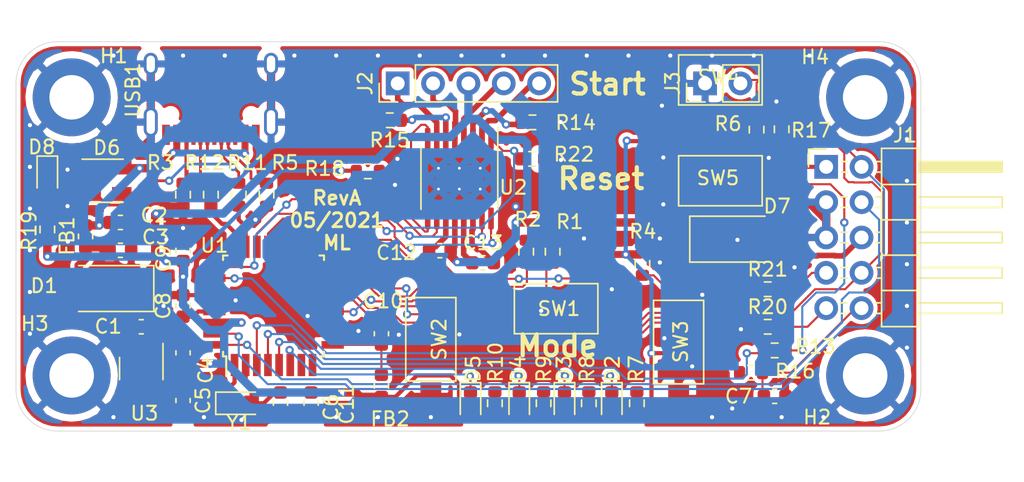
<source format=kicad_pcb>
(kicad_pcb (version 20171130) (host pcbnew "(5.1.6-dirty)")
  (layers (0 F.Cu signal) (31 B.Cu signal) (34 B.Paste user) (35 F.Paste user) (36 B.SilkS user) (37 F.SilkS user) (38 B.Mask user) (39 F.Mask user) (44 Edge.Cuts user))
  (net 0 "")
  (net 1 GND)
  (net 2 VDC)
  (net 3 VCC)
  (net 4 VBUS)
  (net 5 +3V3)
  (net 6 "Net-(C5-Pad1)")
  (net 7 "Net-(C6-Pad1)")
  (net 8 RESET)
  (net 9 "Net-(C8-Pad1)")
  (net 10 "Net-(C10-Pad1)")
  (net 11 "Net-(C12-Pad1)")
  (net 12 "Net-(C13-Pad2)")
  (net 13 "Net-(D2-Pad2)")
  (net 14 "Net-(D3-Pad2)")
  (net 15 "Net-(D4-Pad2)")
  (net 16 "Net-(D5-Pad2)")
  (net 17 "Net-(D7-Pad2)")
  (net 18 "Net-(D8-Pad2)")
  (net 19 SW_Sel)
  (net 20 SWDIO)
  (net 21 SWCLK)
  (net 22 USART_TX)
  (net 23 USART_RX)
  (net 24 SW_Mode)
  (net 25 SW_Down)
  (net 26 "Net-(R3-Pad1)")
  (net 27 SW_Up)
  (net 28 "Net-(R5-Pad1)")
  (net 29 /EXT_RES)
  (net 30 "Net-(R14-Pad1)")
  (net 31 "Net-(R15-Pad1)")
  (net 32 FAULT)
  (net 33 "Net-(R20-Pad1)")
  (net 34 "Net-(R21-Pad1)")
  (net 35 "Net-(D2-Pad1)")
  (net 36 "Net-(D3-Pad1)")
  (net 37 "Net-(D4-Pad1)")
  (net 38 "Net-(D5-Pad1)")
  (net 39 nSleep)
  (net 40 BIN2)
  (net 41 BIN1)
  (net 42 AIN2)
  (net 43 AIN1)
  (net 44 /_DM)
  (net 45 /_DP)
  (net 46 /A1)
  (net 47 /A2)
  (net 48 /B2)
  (net 49 /B1)
  (net 50 USB_DM)
  (net 51 USB_DP)
  (module Connector_PinHeader_2.54mm:PinHeader_1x02_P2.54mm_Vertical (layer F.Cu) (at 172.5 79 90)
    (fp_text reference J3 (at 0 -2.33 90) (layer F.SilkS))
    (fp_text value Conn_01x02)
    (pad 2 thru_hole oval (at 0 2.54 90) (size 1.7 1.7) (drill 1) (layers *.Cu *.Mask) (net 19 SW_Sel))
    (pad 1 thru_hole rect (at 0 0 90) (size 1.7 1.7) (drill 1) (layers *.Cu *.Mask) (net 1 GND))
  )
  (module MountingHole:MountingHole_3.2mm_M3_DIN965_Pad (layer F.Cu) (at 184 80)
    (fp_text reference H4 (at -3.6 -2.9) (layer F.SilkS))
    (fp_text value MountingHole)
    (pad 1 thru_hole circle (at 0 0) (size 5.6 5.6) (drill 3.2) (layers *.Cu *.Mask) (net 1 GND))
  )
  (module MountingHole:MountingHole_3.2mm_M3_DIN965_Pad (layer F.Cu) (at 127 100)
    (fp_text reference H3 (at -2.65 -3.725) (layer F.SilkS))
    (fp_text value MountingHole)
    (pad 1 thru_hole circle (at 0 0) (size 5.6 5.6) (drill 3.2) (layers *.Cu *.Mask) (net 1 GND))
  )
  (module MountingHole:MountingHole_3.2mm_M3_DIN965_Pad (layer F.Cu) (at 184 100)
    (fp_text reference H2 (at -3.45 3) (layer F.SilkS))
    (fp_text value MountingHole)
    (pad 1 thru_hole circle (at 0 0) (size 5.6 5.6) (drill 3.2) (layers *.Cu *.Mask) (net 1 GND))
  )
  (module MountingHole:MountingHole_3.2mm_M3_DIN965_Pad (layer F.Cu) (at 127 80)
    (fp_text reference H1 (at 3.025 -2.975) (layer F.SilkS))
    (fp_text value MountingHole)
    (pad 1 thru_hole circle (at 0 0) (size 5.6 5.6) (drill 3.2) (layers *.Cu *.Mask) (net 1 GND))
  )
  (module Switches_SMD:PTS636_SMT_G (layer F.Cu) (at 161.8 95.2 180)
    (fp_text reference SW1 (at -0.2 0 180) (layer F.SilkS))
    (fp_text value Mode)
    (pad 2 smd rect (at 4.1 0 180) (size 2 1.5) (layers F.Cu F.Paste F.Mask) (net 24 SW_Mode))
    (pad 1 smd rect (at -4.1 0 180) (size 2 1.5) (layers F.Cu F.Paste F.Mask) (net 1 GND))
  )
  (module Resistor_SMD:R_0603_1608Metric (layer F.Cu) (at 160.075 84.425)
    (fp_text reference R22 (at 3 -0.325) (layer F.SilkS))
    (fp_text value 10k)
    (pad 2 smd roundrect (at 0.825 0) (size 0.8 0.95) (layers F.Cu F.Paste F.Mask) (net 1 GND))
    (pad 1 smd roundrect (at -0.825 0) (size 0.8 0.95) (layers F.Cu F.Paste F.Mask) (net 39 nSleep))
  )
  (module Connector_PinHeader_2.54mm:PinHeader_1x05_P2.54mm_Vertical (layer F.Cu) (at 150.42 79 90)
    (fp_text reference J2 (at 0 -2.33 90) (layer F.SilkS))
    (fp_text value Conn_01x05)
    (pad 5 thru_hole oval (at 0 10.16 90) (size 1.7 1.7) (drill 1) (layers *.Cu *.Mask) (net 46 /A1))
    (pad 4 thru_hole oval (at 0 7.62 90) (size 1.7 1.7) (drill 1) (layers *.Cu *.Mask) (net 47 /A2))
    (pad 3 thru_hole oval (at 0 5.08 90) (size 1.7 1.7) (drill 1) (layers *.Cu *.Mask) (net 2 VDC))
    (pad 2 thru_hole oval (at 0 2.54 90) (size 1.7 1.7) (drill 1) (layers *.Cu *.Mask) (net 48 /B2))
    (pad 1 thru_hole rect (at 0 0 90) (size 1.7 1.7) (drill 1) (layers *.Cu *.Mask) (net 49 /B1))
  )
  (module Connector_PinHeader_2.54mm:PinHeader_2x05_P2.54mm_Horizontal (layer F.Cu) (at 181.2 85)
    (fp_text reference J1 (at 5.655 -2.27) (layer F.SilkS))
    (fp_text value Conn_02x05_Odd_Even)
    (pad 10 thru_hole oval (at 2.54 10.16) (size 1.7 1.7) (drill 1) (layers *.Cu *.Mask) (net 8 RESET))
    (pad 9 thru_hole oval (at 0 10.16) (size 1.7 1.7) (drill 1) (layers *.Cu *.Mask) (net 22 USART_TX))
    (pad 8 thru_hole oval (at 2.54 7.62) (size 1.7 1.7) (drill 1) (layers *.Cu *.Mask) (net 19 SW_Sel))
    (pad 7 thru_hole oval (at 0 7.62) (size 1.7 1.7) (drill 1) (layers *.Cu *.Mask) (net 23 USART_RX))
    (pad 6 thru_hole oval (at 2.54 5.08) (size 1.7 1.7) (drill 1) (layers *.Cu *.Mask) (net 17 "Net-(D7-Pad2)"))
    (pad 5 thru_hole oval (at 0 5.08) (size 1.7 1.7) (drill 1) (layers *.Cu *.Mask) (net 1 GND))
    (pad 4 thru_hole oval (at 2.54 2.54) (size 1.7 1.7) (drill 1) (layers *.Cu *.Mask) (net 20 SWDIO))
    (pad 3 thru_hole oval (at 0 2.54) (size 1.7 1.7) (drill 1) (layers *.Cu *.Mask) (net 1 GND))
    (pad 2 thru_hole oval (at 2.54 0) (size 1.7 1.7) (drill 1) (layers *.Cu *.Mask) (net 21 SWCLK))
    (pad 1 thru_hole rect (at 0 0) (size 1.7 1.7) (drill 1) (layers *.Cu *.Mask) (net 5 +3V3))
  )
  (module Switches_SMD:PTS636_SMT_G (layer F.Cu) (at 173.6 86)
    (fp_text reference SW5 (at -0.175 -0.2) (layer F.SilkS))
    (fp_text value Reset)
    (pad 2 smd rect (at 4.1 0) (size 2 1.5) (layers F.Cu F.Paste F.Mask) (net 29 /EXT_RES))
    (pad 1 smd rect (at -4.1 0) (size 2 1.5) (layers F.Cu F.Paste F.Mask) (net 1 GND))
  )
  (module Switches_SMD:PTS636_SMT_G (layer F.Cu) (at 173.6 78.75)
    (fp_text reference SW4 (at -0.1 -0.2) (layer F.SilkS))
    (fp_text value Sel)
    (pad 2 smd rect (at 4.1 0) (size 2 1.5) (layers F.Cu F.Paste F.Mask) (net 19 SW_Sel))
    (pad 1 smd rect (at -4.1 0) (size 2 1.5) (layers F.Cu F.Paste F.Mask) (net 1 GND))
  )
  (module Switches_SMD:PTS636_SMT_G (layer F.Cu) (at 170.6 97.6 90)
    (fp_text reference SW3 (at 0.025 0.15 90) (layer F.SilkS))
    (fp_text value Down)
    (pad 2 smd rect (at 4.1 0 90) (size 2 1.5) (layers F.Cu F.Paste F.Mask) (net 27 SW_Up))
    (pad 1 smd rect (at -4.1 0 90) (size 2 1.5) (layers F.Cu F.Paste F.Mask) (net 1 GND))
  )
  (module Switches_SMD:PTS636_SMT_G (layer F.Cu) (at 152.8 97.4 90)
    (fp_text reference SW2 (at 0 0.6 90) (layer F.SilkS))
    (fp_text value Up)
    (pad 2 smd rect (at 4.1 0 90) (size 2 1.5) (layers F.Cu F.Paste F.Mask) (net 25 SW_Down))
    (pad 1 smd rect (at -4.1 0 90) (size 2 1.5) (layers F.Cu F.Paste F.Mask) (net 1 GND))
  )
  (module Resistor_SMD:R_0603_1608Metric (layer F.Cu) (at 177 93.8)
    (fp_text reference R21 (at 0 -1.43) (layer F.SilkS))
    (fp_text value 330)
    (pad 2 smd roundrect (at 0.825 0) (size 0.8 0.95) (layers F.Cu F.Paste F.Mask) (net 23 USART_RX))
    (pad 1 smd roundrect (at -0.825 0) (size 0.8 0.95) (layers F.Cu F.Paste F.Mask) (net 34 "Net-(R21-Pad1)"))
  )
  (module Resistor_SMD:R_0603_1608Metric (layer F.Cu) (at 177 96.5)
    (fp_text reference R20 (at 0 -1.43) (layer F.SilkS))
    (fp_text value 330)
    (pad 2 smd roundrect (at 0.825 0) (size 0.8 0.95) (layers F.Cu F.Paste F.Mask) (net 22 USART_TX))
    (pad 1 smd roundrect (at -0.825 0) (size 0.8 0.95) (layers F.Cu F.Paste F.Mask) (net 33 "Net-(R20-Pad1)"))
  )
  (module Resistor_SMD:R_0603_1608Metric (layer F.Cu) (at 125.25 89.5 270)
    (fp_text reference R19 (at 0.1 1.3 270) (layer F.SilkS))
    (fp_text value 330)
    (pad 2 smd roundrect (at 0.825 0 270) (size 0.8 0.95) (layers F.Cu F.Paste F.Mask) (net 5 +3V3))
    (pad 1 smd roundrect (at -0.825 0 270) (size 0.8 0.95) (layers F.Cu F.Paste F.Mask) (net 18 "Net-(D8-Pad2)"))
  )
  (module Resistor_SMD:R_0603_1608Metric (layer F.Cu) (at 148.275 85.325)
    (fp_text reference R18 (at -3.1 -0.2) (layer F.SilkS))
    (fp_text value 10k)
    (pad 2 smd roundrect (at 0.825 0) (size 0.8 0.95) (layers F.Cu F.Paste F.Mask) (net 32 FAULT))
    (pad 1 smd roundrect (at -0.825 0) (size 0.8 0.95) (layers F.Cu F.Paste F.Mask) (net 5 +3V3))
  )
  (module Resistor_SMD:R_0603_1608Metric (layer F.Cu) (at 178 82.3 90)
    (fp_text reference R17 (at -0.075 2.125 180) (layer F.SilkS))
    (fp_text value 10k)
    (pad 2 smd roundrect (at 0.825 0 90) (size 0.8 0.95) (layers F.Cu F.Paste F.Mask) (net 21 SWCLK))
    (pad 1 smd roundrect (at -0.825 0 90) (size 0.8 0.95) (layers F.Cu F.Paste F.Mask) (net 5 +3V3))
  )
  (module Resistor_SMD:R_0603_1608Metric (layer F.Cu) (at 175.8 99.8)
    (fp_text reference R16 (at 3.175 -0.1) (layer F.SilkS))
    (fp_text value 10k)
    (pad 2 smd roundrect (at 0.825 0) (size 0.8 0.95) (layers F.Cu F.Paste F.Mask) (net 8 RESET))
    (pad 1 smd roundrect (at -0.825 0) (size 0.8 0.95) (layers F.Cu F.Paste F.Mask) (net 5 +3V3))
  )
  (module Resistor_SMD:R_0603_1608Metric (layer F.Cu) (at 149.85 81.65 180)
    (fp_text reference R15 (at 0 -1.43) (layer F.SilkS))
    (fp_text value R)
    (pad 2 smd roundrect (at 0.825 0 180) (size 0.8 0.95) (layers F.Cu F.Paste F.Mask) (net 1 GND))
    (pad 1 smd roundrect (at -0.825 0 180) (size 0.8 0.95) (layers F.Cu F.Paste F.Mask) (net 31 "Net-(R15-Pad1)"))
  )
  (module Resistor_SMD:R_0603_1608Metric (layer F.Cu) (at 160.1 81.8)
    (fp_text reference R14 (at 3.1 0.025) (layer F.SilkS))
    (fp_text value R)
    (pad 2 smd roundrect (at 0.825 0) (size 0.8 0.95) (layers F.Cu F.Paste F.Mask) (net 1 GND))
    (pad 1 smd roundrect (at -0.825 0) (size 0.8 0.95) (layers F.Cu F.Paste F.Mask) (net 30 "Net-(R14-Pad1)"))
  )
  (module Resistor_SMD:R_0603_1608Metric (layer F.Cu) (at 177.5 98.2)
    (fp_text reference R13 (at 2.925 -0.275) (layer F.SilkS))
    (fp_text value 330)
    (pad 2 smd roundrect (at 0.825 0) (size 0.8 0.95) (layers F.Cu F.Paste F.Mask) (net 29 /EXT_RES))
    (pad 1 smd roundrect (at -0.825 0) (size 0.8 0.95) (layers F.Cu F.Paste F.Mask) (net 8 RESET))
  )
  (module Resistor_SMD:R_0603_1608Metric (layer F.Cu) (at 137 87 90)
    (fp_text reference R12 (at 2.3 -0.45 180) (layer F.SilkS))
    (fp_text value 27)
    (pad 2 smd roundrect (at 0.825 0 90) (size 0.8 0.95) (layers F.Cu F.Paste F.Mask) (net 45 /_DP))
    (pad 1 smd roundrect (at -0.825 0 90) (size 0.8 0.95) (layers F.Cu F.Paste F.Mask) (net 51 USB_DP))
  )
  (module Resistor_SMD:R_0603_1608Metric (layer F.Cu) (at 139 87 90)
    (fp_text reference R11 (at 2.3 0.625 180) (layer F.SilkS))
    (fp_text value 27)
    (pad 2 smd roundrect (at 0.825 0 90) (size 0.8 0.95) (layers F.Cu F.Paste F.Mask) (net 44 /_DM))
    (pad 1 smd roundrect (at -0.825 0 90) (size 0.8 0.95) (layers F.Cu F.Paste F.Mask) (net 50 USB_DM))
  )
  (module Resistor_SMD:R_0603_1608Metric (layer F.Cu) (at 157.4 102 90)
    (fp_text reference R10 (at 2.951191 0.05 90) (layer F.SilkS))
    (fp_text value 330)
    (pad 2 smd roundrect (at 0.825 0 90) (size 0.8 0.95) (layers F.Cu F.Paste F.Mask) (net 5 +3V3))
    (pad 1 smd roundrect (at -0.825 0 90) (size 0.8 0.95) (layers F.Cu F.Paste F.Mask) (net 16 "Net-(D5-Pad2)"))
  )
  (module Resistor_SMD:R_0603_1608Metric (layer F.Cu) (at 160.9 102 90)
    (fp_text reference R9 (at 2.475 0.025 90) (layer F.SilkS))
    (fp_text value 330)
    (pad 2 smd roundrect (at 0.825 0 90) (size 0.8 0.95) (layers F.Cu F.Paste F.Mask) (net 5 +3V3))
    (pad 1 smd roundrect (at -0.825 0 90) (size 0.8 0.95) (layers F.Cu F.Paste F.Mask) (net 15 "Net-(D4-Pad2)"))
  )
  (module Resistor_SMD:R_0603_1608Metric (layer F.Cu) (at 164.15 102 90)
    (fp_text reference R8 (at 2.475 -0.125 90) (layer F.SilkS))
    (fp_text value 330)
    (pad 2 smd roundrect (at 0.825 0 90) (size 0.8 0.95) (layers F.Cu F.Paste F.Mask) (net 5 +3V3))
    (pad 1 smd roundrect (at -0.825 0 90) (size 0.8 0.95) (layers F.Cu F.Paste F.Mask) (net 14 "Net-(D3-Pad2)"))
  )
  (module Resistor_SMD:R_0603_1608Metric (layer F.Cu) (at 167.6 102 90)
    (fp_text reference R7 (at 2.475 -0.05 90) (layer F.SilkS))
    (fp_text value 330)
    (pad 2 smd roundrect (at 0.825 0 90) (size 0.8 0.95) (layers F.Cu F.Paste F.Mask) (net 5 +3V3))
    (pad 1 smd roundrect (at -0.825 0 90) (size 0.8 0.95) (layers F.Cu F.Paste F.Mask) (net 13 "Net-(D2-Pad2)"))
  )
  (module Resistor_SMD:R_0603_1608Metric (layer F.Cu) (at 176.2 82.325 90)
    (fp_text reference R6 (at 0.425 -2.05 180) (layer F.SilkS))
    (fp_text value 10k)
    (pad 2 smd roundrect (at 0.825 0 90) (size 0.8 0.95) (layers F.Cu F.Paste F.Mask) (net 19 SW_Sel))
    (pad 1 smd roundrect (at -0.825 0 90) (size 0.8 0.95) (layers F.Cu F.Paste F.Mask) (net 5 +3V3))
  )
  (module Resistor_SMD:R_0603_1608Metric (layer F.Cu) (at 141 87 270)
    (fp_text reference R5 (at -2.3 -1.325 180) (layer F.SilkS))
    (fp_text value 5k1)
    (pad 2 smd roundrect (at 0.825 0 270) (size 0.8 0.95) (layers F.Cu F.Paste F.Mask) (net 1 GND))
    (pad 1 smd roundrect (at -0.825 0 270) (size 0.8 0.95) (layers F.Cu F.Paste F.Mask) (net 28 "Net-(R5-Pad1)"))
  )
  (module Resistor_SMD:R_0603_1608Metric (layer F.Cu) (at 168 91.975 270)
    (fp_text reference R4 (at -2.325 -0.025 180) (layer F.SilkS))
    (fp_text value 10k)
    (pad 2 smd roundrect (at 0.825 0 270) (size 0.8 0.95) (layers F.Cu F.Paste F.Mask) (net 27 SW_Up))
    (pad 1 smd roundrect (at -0.825 0 270) (size 0.8 0.95) (layers F.Cu F.Paste F.Mask) (net 5 +3V3))
  )
  (module Resistor_SMD:R_0603_1608Metric (layer F.Cu) (at 135 87 270)
    (fp_text reference R3 (at -2.3 1.625 180) (layer F.SilkS))
    (fp_text value 5k1)
    (pad 2 smd roundrect (at 0.825 0 270) (size 0.8 0.95) (layers F.Cu F.Paste F.Mask) (net 1 GND))
    (pad 1 smd roundrect (at -0.825 0 270) (size 0.8 0.95) (layers F.Cu F.Paste F.Mask) (net 26 "Net-(R3-Pad1)"))
  )
  (module Resistor_SMD:R_0603_1608Metric (layer F.Cu) (at 159.65 91.1 270)
    (fp_text reference R2 (at -2.325 -0.125 180) (layer F.SilkS))
    (fp_text value 10k)
    (pad 2 smd roundrect (at 0.825 0 270) (size 0.8 0.95) (layers F.Cu F.Paste F.Mask) (net 25 SW_Down))
    (pad 1 smd roundrect (at -0.825 0 270) (size 0.8 0.95) (layers F.Cu F.Paste F.Mask) (net 5 +3V3))
  )
  (module Resistor_SMD:R_0603_1608Metric (layer F.Cu) (at 161.55 91.1 270)
    (fp_text reference R1 (at -2.15 -1.225 180) (layer F.SilkS))
    (fp_text value 10k)
    (pad 2 smd roundrect (at 0.825 0 270) (size 0.8 0.95) (layers F.Cu F.Paste F.Mask) (net 24 SW_Mode))
    (pad 1 smd roundrect (at -0.825 0 270) (size 0.8 0.95) (layers F.Cu F.Paste F.Mask) (net 5 +3V3))
  )
  (module Inductor_SMD:L_0603_1608Metric (layer F.Cu) (at 149.25 100.75 90)
    (fp_text reference FB2 (at -2.375 0.625 180) (layer F.SilkS))
    (fp_text value BLM18PG471SZ1D)
    (pad 2 smd roundrect (at 0.7875 0 90) (size 0.875 0.95) (layers F.Cu F.Paste F.Mask) (net 10 "Net-(C10-Pad1)"))
    (pad 1 smd roundrect (at -0.7875 0 90) (size 0.875 0.95) (layers F.Cu F.Paste F.Mask) (net 5 +3V3))
  )
  (module Inductor_SMD:L_0603_1608Metric (layer F.Cu) (at 128 90 90)
    (fp_text reference FB1 (at 0.025 -1.325 90) (layer F.SilkS))
    (fp_text value BLM18PG471SZ1D)
    (pad 2 smd roundrect (at 0.7875 0 90) (size 0.875 0.95) (layers F.Cu F.Paste F.Mask) (net 3 VCC))
    (pad 1 smd roundrect (at -0.7875 0 90) (size 0.875 0.95) (layers F.Cu F.Paste F.Mask) (net 4 VBUS))
  )
  (module LED_SMD:LED_0603_1608Metric (layer F.Cu) (at 125.25 85.7125 270)
    (fp_text reference D8 (at -2.1375 0.4 180) (layer F.SilkS))
    (fp_text value Power)
    (pad 2 smd roundrect (at 0.7875 0 270) (size 0.875 0.95) (layers F.Cu F.Paste F.Mask) (net 18 "Net-(D8-Pad2)"))
    (pad 1 smd roundrect (at -0.7875 0 270) (size 0.875 0.95) (layers F.Cu F.Paste F.Mask) (net 1 GND))
  )
  (module Diode_SMD:D_SMA (layer F.Cu) (at 174.8 90.2)
    (fp_text reference D7 (at 2.875 -2.375) (layer F.SilkS))
    (fp_text value D_Schottky)
    (pad 2 smd rect (at 2 0) (size 2.5 1.8) (layers F.Cu F.Paste F.Mask) (net 17 "Net-(D7-Pad2)"))
    (pad 1 smd rect (at -2 0) (size 2.5 1.8) (layers F.Cu F.Paste F.Mask) (net 2 VDC))
  )
  (module Package_TO_SOT_SMD:SOT-143 (layer F.Cu) (at 129.5 86)
    (fp_text reference D6 (at 0.02 -2.38) (layer F.SilkS))
    (fp_text value PRTR5V0U2X)
    (pad 4 smd rect (at 1.1 -0.95 270) (size 1 1.4) (layers F.Cu F.Paste F.Mask) (net 3 VCC))
    (pad 3 smd rect (at 1.1 0.95 270) (size 1 1.4) (layers F.Cu F.Paste F.Mask) (net 44 /_DM))
    (pad 2 smd rect (at -1.1 0.95 270) (size 1 1.4) (layers F.Cu F.Paste F.Mask) (net 45 /_DP))
    (pad 1 smd rect (at -1.1 -0.77 270) (size 1.2 1.4) (layers F.Cu F.Paste F.Mask) (net 1 GND))
  )
  (module LED_SMD:LED_0603_1608Metric (layer F.Cu) (at 155.65 102 270)
    (fp_text reference D5 (at -2.475 -0.2 270) (layer F.SilkS))
    (fp_text value LED)
    (pad 2 smd roundrect (at 0.7875 0 270) (size 0.875 0.95) (layers F.Cu F.Paste F.Mask) (net 16 "Net-(D5-Pad2)"))
    (pad 1 smd roundrect (at -0.7875 0 270) (size 0.875 0.95) (layers F.Cu F.Paste F.Mask) (net 38 "Net-(D5-Pad1)"))
  )
  (module LED_SMD:LED_0603_1608Metric (layer F.Cu) (at 159.15 102 270)
    (fp_text reference D4 (at -2.475 0.075 270) (layer F.SilkS))
    (fp_text value LED)
    (pad 2 smd roundrect (at 0.7875 0 270) (size 0.875 0.95) (layers F.Cu F.Paste F.Mask) (net 15 "Net-(D4-Pad2)"))
    (pad 1 smd roundrect (at -0.7875 0 270) (size 0.875 0.95) (layers F.Cu F.Paste F.Mask) (net 37 "Net-(D4-Pad1)"))
  )
  (module LED_SMD:LED_0603_1608Metric (layer F.Cu) (at 162.4 102 270)
    (fp_text reference D3 (at -2.475 0.025 270) (layer F.SilkS))
    (fp_text value LED)
    (pad 2 smd roundrect (at 0.7875 0 270) (size 0.875 0.95) (layers F.Cu F.Paste F.Mask) (net 14 "Net-(D3-Pad2)"))
    (pad 1 smd roundrect (at -0.7875 0 270) (size 0.875 0.95) (layers F.Cu F.Paste F.Mask) (net 36 "Net-(D3-Pad1)"))
  )
  (module LED_SMD:LED_0603_1608Metric (layer F.Cu) (at 165.8 102 270)
    (fp_text reference D2 (at -2.475 -0.05 270) (layer F.SilkS))
    (fp_text value LED)
    (pad 2 smd roundrect (at 0.7875 0 270) (size 0.875 0.95) (layers F.Cu F.Paste F.Mask) (net 13 "Net-(D2-Pad2)"))
    (pad 1 smd roundrect (at -0.7875 0 270) (size 0.875 0.95) (layers F.Cu F.Paste F.Mask) (net 35 "Net-(D2-Pad1)"))
  )
  (module Diode_SMD:D_SMA (layer F.Cu) (at 129.5 93.75 180)
    (fp_text reference D1 (at 4.475 0.2) (layer F.SilkS))
    (fp_text value D_Schottky)
    (pad 2 smd rect (at 2 0 180) (size 2.5 1.8) (layers F.Cu F.Paste F.Mask) (net 4 VBUS))
    (pad 1 smd rect (at -2 0 180) (size 2.5 1.8) (layers F.Cu F.Paste F.Mask) (net 2 VDC))
  )
  (module Capacitor_SMD:C_0603_1608Metric (layer F.Cu) (at 156.55 91.9)
    (fp_text reference C13 (at 0 -1.43) (layer F.SilkS))
    (fp_text value 2u2)
    (pad 2 smd roundrect (at 0.775 0) (size 0.9 0.95) (layers F.Cu F.Paste F.Mask) (net 12 "Net-(C13-Pad2)"))
    (pad 1 smd roundrect (at -0.775 0) (size 0.9 0.95) (layers F.Cu F.Paste F.Mask) (net 1 GND))
  )
  (module Capacitor_SMD:C_0603_1608Metric (layer F.Cu) (at 153.45 91.025)
    (fp_text reference C12 (at -3.125 0.15) (layer F.SilkS))
    (fp_text value 10n)
    (pad 2 smd roundrect (at 0.775 0) (size 0.9 0.95) (layers F.Cu F.Paste F.Mask) (net 2 VDC))
    (pad 1 smd roundrect (at -0.775 0) (size 0.9 0.95) (layers F.Cu F.Paste F.Mask) (net 11 "Net-(C12-Pad1)"))
  )
  (module Capacitor_SMD:C_0603_1608Metric (layer F.Cu) (at 144.2 102 270)
    (fp_text reference C11 (at 0.075 -2.55 90) (layer F.SilkS))
    (fp_text value 100n)
    (pad 2 smd roundrect (at 0.775 0 270) (size 0.9 0.95) (layers F.Cu F.Paste F.Mask) (net 1 GND))
    (pad 1 smd roundrect (at -0.775 0 270) (size 0.9 0.95) (layers F.Cu F.Paste F.Mask) (net 5 +3V3))
  )
  (module Capacitor_SMD:C_0603_1608Metric (layer F.Cu) (at 149.25 97 90)
    (fp_text reference C10 (at 2.35 0.125 180) (layer F.SilkS))
    (fp_text value "10u 10V")
    (pad 2 smd roundrect (at 0.775 0 90) (size 0.9 0.95) (layers F.Cu F.Paste F.Mask) (net 1 GND))
    (pad 1 smd roundrect (at -0.775 0 90) (size 0.9 0.95) (layers F.Cu F.Paste F.Mask) (net 10 "Net-(C10-Pad1)"))
  )
  (module Capacitor_SMD:C_0603_1608Metric (layer F.Cu) (at 135 91 90)
    (fp_text reference C9 (at -0.6 -1.4 90) (layer F.SilkS))
    (fp_text value 100n)
    (pad 2 smd roundrect (at 0.775 0 90) (size 0.9 0.95) (layers F.Cu F.Paste F.Mask) (net 1 GND))
    (pad 1 smd roundrect (at -0.775 0 90) (size 0.9 0.95) (layers F.Cu F.Paste F.Mask) (net 5 +3V3))
  )
  (module Capacitor_SMD:C_0603_1608Metric (layer F.Cu) (at 135 95 90)
    (fp_text reference C8 (at 0 -1.43 90) (layer F.SilkS))
    (fp_text value "1u 25V")
    (pad 2 smd roundrect (at 0.775 0 90) (size 0.9 0.95) (layers F.Cu F.Paste F.Mask) (net 1 GND))
    (pad 1 smd roundrect (at -0.775 0 90) (size 0.9 0.95) (layers F.Cu F.Paste F.Mask) (net 9 "Net-(C8-Pad1)"))
  )
  (module Capacitor_SMD:C_0603_1608Metric (layer F.Cu) (at 177.5 101.5)
    (fp_text reference C7 (at -2.6 0) (layer F.SilkS))
    (fp_text value 10n)
    (pad 2 smd roundrect (at 0.775 0) (size 0.9 0.95) (layers F.Cu F.Paste F.Mask) (net 1 GND))
    (pad 1 smd roundrect (at -0.775 0) (size 0.9 0.95) (layers F.Cu F.Paste F.Mask) (net 8 RESET))
  )
  (module Capacitor_SMD:C_0603_1608Metric (layer F.Cu) (at 142 102 270)
    (fp_text reference C6 (at 0.275 -3.625 270) (layer F.SilkS))
    (fp_text value C)
    (pad 2 smd roundrect (at 0.775 0 270) (size 0.9 0.95) (layers F.Cu F.Paste F.Mask) (net 1 GND))
    (pad 1 smd roundrect (at -0.775 0 270) (size 0.9 0.95) (layers F.Cu F.Paste F.Mask) (net 7 "Net-(C6-Pad1)"))
  )
  (module Capacitor_SMD:C_0603_1608Metric (layer F.Cu) (at 135 101.8 270)
    (fp_text reference C5 (at 0 -1.43 90) (layer F.SilkS))
    (fp_text value C)
    (pad 2 smd roundrect (at 0.775 0 270) (size 0.9 0.95) (layers F.Cu F.Paste F.Mask) (net 1 GND))
    (pad 1 smd roundrect (at -0.775 0 270) (size 0.9 0.95) (layers F.Cu F.Paste F.Mask) (net 6 "Net-(C5-Pad1)"))
  )
  (module Capacitor_SMD:C_0603_1608Metric (layer F.Cu) (at 135 98.375 90)
    (fp_text reference C4 (at -1.25 1.625 90) (layer F.SilkS))
    (fp_text value "10u 10V")
    (pad 2 smd roundrect (at 0.775 0 90) (size 0.9 0.95) (layers F.Cu F.Paste F.Mask) (net 1 GND))
    (pad 1 smd roundrect (at -0.775 0 90) (size 0.9 0.95) (layers F.Cu F.Paste F.Mask) (net 5 +3V3))
  )
  (module Capacitor_SMD:C_0603_1608Metric (layer F.Cu) (at 130.5 91)
    (fp_text reference C3 (at 2.525 -0.95) (layer F.SilkS))
    (fp_text value 1n)
    (pad 2 smd roundrect (at 0.775 0) (size 0.9 0.95) (layers F.Cu F.Paste F.Mask) (net 1 GND))
    (pad 1 smd roundrect (at -0.775 0) (size 0.9 0.95) (layers F.Cu F.Paste F.Mask) (net 4 VBUS))
  )
  (module Capacitor_SMD:C_0603_1608Metric (layer F.Cu) (at 130.5 89)
    (fp_text reference C2 (at 2.425 -0.525) (layer F.SilkS))
    (fp_text value 1n)
    (pad 2 smd roundrect (at 0.775 0) (size 0.9 0.95) (layers F.Cu F.Paste F.Mask) (net 1 GND))
    (pad 1 smd roundrect (at -0.775 0) (size 0.9 0.95) (layers F.Cu F.Paste F.Mask) (net 3 VCC))
  )
  (module Capacitor_SMD:C_0603_1608Metric (layer F.Cu) (at 132 96.5)
    (fp_text reference C1 (at -2.375 -0.025) (layer F.SilkS))
    (fp_text value "10u 16V")
    (pad 2 smd roundrect (at 0.775 0) (size 0.9 0.95) (layers F.Cu F.Paste F.Mask) (net 1 GND))
    (pad 1 smd roundrect (at -0.775 0) (size 0.9 0.95) (layers F.Cu F.Paste F.Mask) (net 2 VDC))
  )
  (module Crystal:Crystal_SMD_2012-2Pin_2.0x1.2mm_HandSoldering (layer F.Cu) (at 139 102)
    (fp_text reference Y1 (at 0.025 1.4) (layer F.SilkS))
    (fp_text value Crystal)
    (pad 2 smd rect (at 0.925 0) (size 1.05 1.1) (layers F.Cu F.Paste F.Mask) (net 7 "Net-(C6-Pad1)"))
    (pad 1 smd rect (at -0.925 0) (size 1.05 1.1) (layers F.Cu F.Paste F.Mask) (net 6 "Net-(C5-Pad1)"))
  )
  (module Package_TO_SOT_SMD:SOT-23-5 (layer F.Cu) (at 132 99.5 270)
    (fp_text reference U3 (at 3.225 -0.225 180) (layer F.SilkS))
    (fp_text value MIC5504-3.3YM5)
    (pad 5 smd roundrect (at 1.1375 -0.95 270) (size 1.325 0.6) (layers F.Cu F.Paste F.Mask) (net 5 +3V3))
    (pad 4 smd roundrect (at 1.1375 0.95 270) (size 1.325 0.6) (layers F.Cu F.Paste F.Mask))
    (pad 3 smd roundrect (at -1.1375 0.95 270) (size 1.325 0.6) (layers F.Cu F.Paste F.Mask) (net 2 VDC))
    (pad 2 smd roundrect (at -1.1375 0 270) (size 1.325 0.6) (layers F.Cu F.Paste F.Mask) (net 1 GND))
    (pad 1 smd roundrect (at -1.1375 -0.95 270) (size 1.325 0.6) (layers F.Cu F.Paste F.Mask) (net 2 VDC))
  )
  (module Type-C:HRO-TYPE-C-31-M-12 (layer F.Cu) (at 137 75 180)
    (fp_text reference USB1 (at 5.6 -4.475 90) (layer F.SilkS))
    (fp_text value HRO-TYPE-C-31-M-12)
    (pad 12 smd rect (at 3.225 -7.695 180) (size 0.55 1.45) (layers F.Cu F.Paste F.Mask) (net 1 GND))
    (pad 1 smd rect (at -3.225 -7.695 180) (size 0.55 1.45) (layers F.Cu F.Paste F.Mask) (net 1 GND))
    (pad 11 smd rect (at 2.45 -7.695 180) (size 0.5 1.45) (layers F.Cu F.Paste F.Mask) (net 3 VCC))
    (pad 2 smd rect (at -2.45 -7.695 180) (size 0.5 1.45) (layers F.Cu F.Paste F.Mask) (net 3 VCC))
    (pad 3 smd rect (at -1.75 -7.695 180) (size 0.3 1.45) (layers F.Cu F.Paste F.Mask))
    (pad 10 smd rect (at 1.75 -7.695 180) (size 0.3 1.45) (layers F.Cu F.Paste F.Mask) (net 26 "Net-(R3-Pad1)"))
    (pad 4 smd rect (at -1.25 -7.695 180) (size 0.3 1.45) (layers F.Cu F.Paste F.Mask) (net 28 "Net-(R5-Pad1)"))
    (pad 9 smd rect (at 1.25 -7.695 180) (size 0.3 1.45) (layers F.Cu F.Paste F.Mask))
    (pad 5 smd rect (at -0.75 -7.695 180) (size 0.3 1.45) (layers F.Cu F.Paste F.Mask) (net 44 /_DM))
    (pad 8 smd rect (at 0.75 -7.695 180) (size 0.3 1.45) (layers F.Cu F.Paste F.Mask) (net 45 /_DP))
    (pad 7 smd rect (at 0.25 -7.695 180) (size 0.3 1.45) (layers F.Cu F.Paste F.Mask) (net 44 /_DM))
    (pad 6 smd rect (at -0.25 -7.695 180) (size 0.3 1.45) (layers F.Cu F.Paste F.Mask) (net 45 /_DP))
    (pad "" np_thru_hole circle (at 2.89 -6.25 180) (size 0.65 0.65) (drill 0.65) (layers *.Cu *.Mask))
    (pad "" np_thru_hole circle (at -2.89 -6.25 180) (size 0.65 0.65) (drill 0.65) (layers *.Cu *.Mask))
    (pad 13 thru_hole oval (at -4.32 -6.78 180) (size 1 2.1) (drill oval 0.6 1.7) (layers *.Cu B.Mask) (net 1 GND))
    (pad 13 thru_hole oval (at 4.32 -6.78 180) (size 1 2.1) (drill oval 0.6 1.7) (layers *.Cu B.Mask) (net 1 GND))
    (pad 13 thru_hole oval (at -4.32 -2.6 180) (size 1 1.6) (drill oval 0.6 1.2) (layers *.Cu B.Mask) (net 1 GND))
    (pad 13 thru_hole oval (at 4.32 -2.6 180) (size 1 1.6) (drill oval 0.6 1.2) (layers *.Cu B.Mask) (net 1 GND))
  )
  (module Package_SO:HTSSOP-16-1EP_4.4x5mm_P0.65mm_EP3.4x5mm_Mask2.46x2.31mm_ThermalVias (layer F.Cu) (at 154.85 85.85 270)
    (fp_text reference U2 (at 0.625 -3.875 180) (layer F.SilkS))
    (fp_text value DRV8833PWP)
    (pad 17 smd rect (at 0 0 270) (size 2 3.5) (layers B.Cu) (net 1 GND))
    (pad 17 thru_hole circle (at 0.75 1.5 270) (size 0.5 0.5) (drill 0.2) (layers *.Cu) (net 1 GND))
    (pad 17 thru_hole circle (at -0.75 1.5 270) (size 0.5 0.5) (drill 0.2) (layers *.Cu) (net 1 GND))
    (pad 17 thru_hole circle (at 0.75 0 270) (size 0.5 0.5) (drill 0.2) (layers *.Cu) (net 1 GND))
    (pad 17 thru_hole circle (at -0.75 0 270) (size 0.5 0.5) (drill 0.2) (layers *.Cu) (net 1 GND))
    (pad 17 thru_hole circle (at 0.75 -1.5 270) (size 0.5 0.5) (drill 0.2) (layers *.Cu) (net 1 GND))
    (pad 17 thru_hole circle (at -0.75 -1.5 270) (size 0.5 0.5) (drill 0.2) (layers *.Cu) (net 1 GND))
    (pad 17 smd rect (at 0 0 270) (size 3.4 5) (layers F.Cu) (net 1 GND))
    (pad 16 smd roundrect (at 2.8625 -2.275 270) (size 1.575 0.4) (layers F.Cu F.Paste F.Mask) (net 43 AIN1))
    (pad 15 smd roundrect (at 2.8625 -1.625 270) (size 1.575 0.4) (layers F.Cu F.Paste F.Mask) (net 42 AIN2))
    (pad 14 smd roundrect (at 2.8625 -0.975 270) (size 1.575 0.4) (layers F.Cu F.Paste F.Mask) (net 12 "Net-(C13-Pad2)"))
    (pad 13 smd roundrect (at 2.8625 -0.325 270) (size 1.575 0.4) (layers F.Cu F.Paste F.Mask) (net 1 GND))
    (pad 12 smd roundrect (at 2.8625 0.325 270) (size 1.575 0.4) (layers F.Cu F.Paste F.Mask) (net 2 VDC))
    (pad 11 smd roundrect (at 2.8625 0.975 270) (size 1.575 0.4) (layers F.Cu F.Paste F.Mask) (net 11 "Net-(C12-Pad1)"))
    (pad 10 smd roundrect (at 2.8625 1.625 270) (size 1.575 0.4) (layers F.Cu F.Paste F.Mask) (net 40 BIN2))
    (pad 9 smd roundrect (at 2.8625 2.275 270) (size 1.575 0.4) (layers F.Cu F.Paste F.Mask) (net 41 BIN1))
    (pad 8 smd roundrect (at -2.8625 2.275 270) (size 1.575 0.4) (layers F.Cu F.Paste F.Mask) (net 32 FAULT))
    (pad 7 smd roundrect (at -2.8625 1.625 270) (size 1.575 0.4) (layers F.Cu F.Paste F.Mask) (net 49 /B1))
    (pad 6 smd roundrect (at -2.8625 0.975 270) (size 1.575 0.4) (layers F.Cu F.Paste F.Mask) (net 31 "Net-(R15-Pad1)"))
    (pad 5 smd roundrect (at -2.8625 0.325 270) (size 1.575 0.4) (layers F.Cu F.Paste F.Mask) (net 48 /B2))
    (pad 4 smd roundrect (at -2.8625 -0.325 270) (size 1.575 0.4) (layers F.Cu F.Paste F.Mask) (net 47 /A2))
    (pad 3 smd roundrect (at -2.8625 -0.975 270) (size 1.575 0.4) (layers F.Cu F.Paste F.Mask) (net 30 "Net-(R14-Pad1)"))
    (pad 2 smd roundrect (at -2.8625 -1.625 270) (size 1.575 0.4) (layers F.Cu F.Paste F.Mask) (net 46 /A1))
    (pad 1 smd roundrect (at -2.8625 -2.275 270) (size 1.575 0.4) (layers F.Cu F.Paste F.Mask) (net 39 nSleep))
  )
  (module Package_QFP:TQFP-32_7x7mm_P0.8mm (layer F.Cu) (at 141.5 95 90)
    (fp_text reference U1 (at 4.35 -4.25 180) (layer F.SilkS))
    (fp_text value ATSAMD21E17D-A)
    (pad 32 smd rect (at -2.8 -4.25 180) (size 1.6 0.55) (layers F.Cu F.Paste F.Mask) (net 20 SWDIO))
    (pad 31 smd rect (at -2 -4.25 180) (size 1.6 0.55) (layers F.Cu F.Paste F.Mask) (net 21 SWCLK))
    (pad 30 smd rect (at -1.2 -4.25 180) (size 1.6 0.55) (layers F.Cu F.Paste F.Mask) (net 5 +3V3))
    (pad 29 smd rect (at -0.4 -4.25 180) (size 1.6 0.55) (layers F.Cu F.Paste F.Mask) (net 9 "Net-(C8-Pad1)"))
    (pad 28 smd rect (at 0.4 -4.25 180) (size 1.6 0.55) (layers F.Cu F.Paste F.Mask) (net 1 GND))
    (pad 27 smd rect (at 1.2 -4.25 180) (size 1.6 0.55) (layers F.Cu F.Paste F.Mask))
    (pad 26 smd rect (at 2 -4.25 180) (size 1.6 0.55) (layers F.Cu F.Paste F.Mask) (net 8 RESET))
    (pad 25 smd rect (at 2.8 -4.25 180) (size 1.6 0.55) (layers F.Cu F.Paste F.Mask) (net 32 FAULT))
    (pad 24 smd rect (at 4.25 -2.8 90) (size 1.6 0.55) (layers F.Cu F.Paste F.Mask) (net 51 USB_DP))
    (pad 23 smd rect (at 4.25 -2 90) (size 1.6 0.55) (layers F.Cu F.Paste F.Mask) (net 50 USB_DM))
    (pad 22 smd rect (at 4.25 -1.2 90) (size 1.6 0.55) (layers F.Cu F.Paste F.Mask) (net 41 BIN1))
    (pad 21 smd rect (at 4.25 -0.4 90) (size 1.6 0.55) (layers F.Cu F.Paste F.Mask) (net 40 BIN2))
    (pad 20 smd rect (at 4.25 0.4 90) (size 1.6 0.55) (layers F.Cu F.Paste F.Mask) (net 42 AIN2))
    (pad 19 smd rect (at 4.25 1.2 90) (size 1.6 0.55) (layers F.Cu F.Paste F.Mask) (net 43 AIN1))
    (pad 18 smd rect (at 4.25 2 90) (size 1.6 0.55) (layers F.Cu F.Paste F.Mask) (net 39 nSleep))
    (pad 17 smd rect (at 4.25 2.8 90) (size 1.6 0.55) (layers F.Cu F.Paste F.Mask) (net 27 SW_Up))
    (pad 16 smd rect (at 2.8 4.25 180) (size 1.6 0.55) (layers F.Cu F.Paste F.Mask) (net 19 SW_Sel))
    (pad 15 smd rect (at 2 4.25 180) (size 1.6 0.55) (layers F.Cu F.Paste F.Mask) (net 25 SW_Down))
    (pad 14 smd rect (at 1.2 4.25 180) (size 1.6 0.55) (layers F.Cu F.Paste F.Mask) (net 34 "Net-(R21-Pad1)"))
    (pad 13 smd rect (at 0.4 4.25 180) (size 1.6 0.55) (layers F.Cu F.Paste F.Mask) (net 33 "Net-(R20-Pad1)"))
    (pad 12 smd rect (at -0.4 4.25 180) (size 1.6 0.55) (layers F.Cu F.Paste F.Mask) (net 24 SW_Mode))
    (pad 11 smd rect (at -1.2 4.25 180) (size 1.6 0.55) (layers F.Cu F.Paste F.Mask))
    (pad 10 smd rect (at -2 4.25 180) (size 1.6 0.55) (layers F.Cu F.Paste F.Mask) (net 1 GND))
    (pad 9 smd rect (at -2.8 4.25 180) (size 1.6 0.55) (layers F.Cu F.Paste F.Mask) (net 10 "Net-(C10-Pad1)"))
    (pad 8 smd rect (at -4.25 2.8 90) (size 1.6 0.55) (layers F.Cu F.Paste F.Mask))
    (pad 7 smd rect (at -4.25 2 90) (size 1.6 0.55) (layers F.Cu F.Paste F.Mask))
    (pad 6 smd rect (at -4.25 1.2 90) (size 1.6 0.55) (layers F.Cu F.Paste F.Mask) (net 38 "Net-(D5-Pad1)"))
    (pad 5 smd rect (at -4.25 0.4 90) (size 1.6 0.55) (layers F.Cu F.Paste F.Mask) (net 37 "Net-(D4-Pad1)"))
    (pad 4 smd rect (at -4.25 -0.4 90) (size 1.6 0.55) (layers F.Cu F.Paste F.Mask) (net 36 "Net-(D3-Pad1)"))
    (pad 3 smd rect (at -4.25 -1.2 90) (size 1.6 0.55) (layers F.Cu F.Paste F.Mask) (net 35 "Net-(D2-Pad1)"))
    (pad 2 smd rect (at -4.25 -2 90) (size 1.6 0.55) (layers F.Cu F.Paste F.Mask) (net 7 "Net-(C6-Pad1)"))
    (pad 1 smd rect (at -4.25 -2.8 90) (size 1.6 0.55) (layers F.Cu F.Paste F.Mask) (net 6 "Net-(C5-Pad1)"))
  )
  (gr_line (start 123 101) (end 123 79) (layer Edge.Cuts) (width 0.05))
  (gr_line (start 185 104) (end 126 104) (layer Edge.Cuts) (width 0.05))
  (gr_line (start 188 79) (end 188 101) (layer Edge.Cuts) (width 0.05))
  (gr_line (start 126 76) (end 185 76) (layer Edge.Cuts) (width 0.05))
  (gr_text Mode (at 161.9 97.875) (layer F.SilkS) (effects (font (size 1.5 1.5) (thickness 0.3))))
  (gr_text Reset (at 165.025 85.85) (layer F.SilkS) (effects (font (size 1.5 1.5) (thickness 0.3))))
  (gr_text Start (at 165.49 79.05) (layer F.SilkS) (effects (font (size 1.5 1.5) (thickness 0.3))))
  (gr_text "RevA\n05/2021\nML" (at 146.05 88.85) (layer F.SilkS) (effects (font (size 1 1) (thickness 0.2))))
  (gr_arc (start 185 79) (end 188 79) (angle -90) (layer Edge.Cuts) (width 0.05))
  (gr_arc (start 185 101) (end 185 104) (angle -90) (layer Edge.Cuts) (width 0.05))
  (gr_arc (start 126 101) (end 123 101) (angle -90) (layer Edge.Cuts) (width 0.05))
  (gr_arc (start 126 79) (end 126 76) (angle -90) (layer Edge.Cuts) (width 0.05))
  (segment (start 125.25 84.925) (end 126.425 84.925) (width 0.6) (layer F.Cu) (net 1))
  (segment (start 126.73 85.23) (end 128.4 85.23) (width 0.6) (layer F.Cu) (net 1))
  (segment (start 126.425 84.925) (end 126.7 85.2) (width 0.6) (layer F.Cu) (net 1))
  (segment (start 132 97.275) (end 132.775 96.5) (width 0.6) (layer F.Cu) (net 1))
  (segment (start 132 98.3625) (end 132 97.275) (width 0.6) (layer F.Cu) (net 1))
  (segment (start 131.275 90.225) (end 131.275 89) (width 0.6) (layer F.Cu) (net 1))
  (segment (start 131.275 91) (end 131.275 90.225) (width 0.6) (layer F.Cu) (net 1))
  (segment (start 135 87.825) (end 135 89.4) (width 0.6) (layer F.Cu) (net 1))
  (segment (start 137.25 94.6) (end 136.3 94.6) (width 0.3) (layer F.Cu) (net 1))
  (segment (start 135.925 94.225) (end 135 94.225) (width 0.3) (layer F.Cu) (net 1))
  (segment (start 136.3 94.6) (end 135.925 94.225) (width 0.3) (layer F.Cu) (net 1))
  (segment (start 144.2 102.775) (end 142 102.775) (width 0.6) (layer F.Cu) (net 1))
  (segment (start 135.425001 103.000001) (end 135 102.575) (width 0.6) (layer F.Cu) (net 1))
  (segment (start 135 97.6) (end 133.9 96.5) (width 0.6) (layer F.Cu) (net 1))
  (segment (start 135 94.225) (end 133.875 94.225) (width 0.6) (layer F.Cu) (net 1))
  (segment (start 133.6 94.5) (end 133.6 95) (width 0.6) (layer F.Cu) (net 1))
  (segment (start 133.875 94.225) (end 133.6 94.5) (width 0.6) (layer F.Cu) (net 1))
  (segment (start 133.6 96.5) (end 132.775 96.5) (width 0.6) (layer F.Cu) (net 1))
  (segment (start 133.9 96.5) (end 133.6 96.5) (width 0.6) (layer F.Cu) (net 1))
  (segment (start 181.2 88.8) (end 181.2 87.54) (width 0.6) (layer F.Cu) (net 1))
  (segment (start 181.2 90.08) (end 181.2 88.8) (width 0.6) (layer F.Cu) (net 1))
  (segment (start 132.68 77.6) (end 132.68 81.78) (width 0.6) (layer F.Cu) (net 1))
  (segment (start 141.32 77.6) (end 141.32 81.78) (width 0.6) (layer F.Cu) (net 1))
  (segment (start 128.4 85.23) (end 128.4 84.5) (width 0.6) (layer F.Cu) (net 1))
  (segment (start 128.4 84.5) (end 129.3 83.6) (width 0.6) (layer F.Cu) (net 1))
  (segment (start 129.3 83.6) (end 132.1 83.6) (width 0.6) (layer F.Cu) (net 1))
  (segment (start 132.68 83.02) (end 132.68 81.78) (width 0.6) (layer F.Cu) (net 1))
  (segment (start 132.1 83.6) (end 132.68 83.02) (width 0.6) (layer F.Cu) (net 1))
  (segment (start 136.499999 103.000001) (end 135.425001 103.000001) (width 0.6) (layer F.Cu) (net 1))
  (via (at 136.499999 103.000001) (size 0.6) (drill 0.3) (layers F.Cu B.Cu) (net 1))
  (segment (start 141 87.825) (end 141 88) (width 0.6) (layer F.Cu) (net 1))
  (via (at 140.2 88.8) (size 0.6) (drill 0.3) (layers F.Cu B.Cu) (net 1))
  (segment (start 141 88) (end 140.2 88.8) (width 0.6) (layer F.Cu) (net 1))
  (segment (start 145.75 97) (end 147.4 97) (width 0.4) (layer F.Cu) (net 1))
  (via (at 147.6 96.8) (size 0.6) (drill 0.3) (layers F.Cu B.Cu) (net 1))
  (segment (start 147.4 97) (end 147.6 96.8) (width 0.4) (layer F.Cu) (net 1))
  (segment (start 148.175 96.225) (end 147.6 96.8) (width 0.4) (layer F.Cu) (net 1))
  (segment (start 149.25 96.225) (end 148.175 96.225) (width 0.4) (layer F.Cu) (net 1))
  (via (at 152.8 103) (size 0.6) (drill 0.3) (layers F.Cu B.Cu) (net 1))
  (segment (start 152.8 101.5) (end 152.8 103) (width 0.4) (layer F.Cu) (net 1))
  (via (at 165.8 93.8) (size 0.6) (drill 0.3) (layers F.Cu B.Cu) (net 1))
  (segment (start 165.9 93.9) (end 165.8 93.8) (width 0.4) (layer F.Cu) (net 1))
  (segment (start 165.9 95.2) (end 165.9 93.9) (width 0.4) (layer F.Cu) (net 1))
  (segment (start 169.5 87.7) (end 169.5 86) (width 0.6) (layer F.Cu) (net 1))
  (via (at 169.5 87.7) (size 0.6) (drill 0.3) (layers F.Cu B.Cu) (net 1))
  (via (at 169.4 80.6) (size 0.6) (drill 0.3) (layers F.Cu B.Cu) (net 1))
  (segment (start 169.4 78.85) (end 169.5 78.75) (width 0.6) (layer F.Cu) (net 1))
  (segment (start 169.4 80.6) (end 169.4 78.85) (width 0.6) (layer F.Cu) (net 1))
  (segment (start 155.2 86) (end 155.2 86.75) (width 0.6) (layer F.Cu) (net 1))
  (segment (start 135 89.4) (end 135 90.225) (width 0.6) (layer F.Cu) (net 1))
  (via (at 135 89.4) (size 0.6) (drill 0.3) (layers F.Cu B.Cu) (net 1))
  (segment (start 133.6 95) (end 133.6 96.5) (width 0.6) (layer F.Cu) (net 1))
  (via (at 133.6 95) (size 0.6) (drill 0.3) (layers F.Cu B.Cu) (net 1))
  (via (at 174.45 102.37501) (size 0.6) (drill 0.3) (layers F.Cu B.Cu) (net 1))
  (segment (start 174.749999 102.675009) (end 174.45 102.37501) (width 0.6) (layer F.Cu) (net 1))
  (segment (start 177.099991 102.675009) (end 174.749999 102.675009) (width 0.6) (layer F.Cu) (net 1))
  (segment (start 178.275 101.5) (end 177.099991 102.675009) (width 0.6) (layer F.Cu) (net 1))
  (segment (start 173.77499 101.7) (end 174.45 102.37501) (width 0.6) (layer F.Cu) (net 1))
  (segment (start 170.6 101.7) (end 173.77499 101.7) (width 0.6) (layer F.Cu) (net 1))
  (via (at 139.199992 103.2) (size 0.6) (drill 0.3) (layers F.Cu B.Cu) (net 1))
  (segment (start 142 102.775) (end 141.525 102.775) (width 0.6) (layer F.Cu) (net 1))
  (segment (start 141.525 102.775) (end 141.1 103.2) (width 0.6) (layer F.Cu) (net 1))
  (segment (start 141.1 103.2) (end 139.199992 103.2) (width 0.6) (layer F.Cu) (net 1))
  (segment (start 136.499999 103.000001) (end 136.699998 103.2) (width 0.6) (layer F.Cu) (net 1))
  (segment (start 136.699998 103.2) (end 139.199992 103.2) (width 0.6) (layer F.Cu) (net 1))
  (via (at 133.80001 90.225) (size 0.6) (drill 0.3) (layers F.Cu B.Cu) (net 1))
  (segment (start 135 90.225) (end 133.80001 90.225) (width 0.6) (layer F.Cu) (net 1))
  (segment (start 133.775 82.695) (end 133.775 83.075) (width 0.4) (layer F.Cu) (net 1))
  (segment (start 133.25 83.6) (end 132.1 83.6) (width 0.4) (layer F.Cu) (net 1))
  (segment (start 133.775 83.075) (end 133.25 83.6) (width 0.4) (layer F.Cu) (net 1))
  (segment (start 140.225 82.695) (end 140.225 83.525) (width 0.4) (layer F.Cu) (net 1))
  (segment (start 140.225 83.525) (end 140.5 83.8) (width 0.4) (layer F.Cu) (net 1))
  (segment (start 140.5 83.8) (end 141.35 83.8) (width 0.4) (layer F.Cu) (net 1))
  (segment (start 141.32 83.77) (end 141.32 81.78) (width 0.4) (layer F.Cu) (net 1))
  (segment (start 141.35 83.8) (end 141.32 83.77) (width 0.4) (layer F.Cu) (net 1))
  (segment (start 155.175 88.7125) (end 155.158798 88.728702) (width 0.4) (layer F.Cu) (net 1))
  (segment (start 155.158798 91.283798) (end 155.775 91.9) (width 0.4) (layer F.Cu) (net 1))
  (segment (start 155.158798 88.728702) (end 155.158798 91.283798) (width 0.4) (layer F.Cu) (net 1))
  (segment (start 155.175 86.175) (end 154.85 85.85) (width 0.4) (layer F.Cu) (net 1))
  (segment (start 155.175 88.7125) (end 155.175 86.175) (width 0.4) (layer F.Cu) (net 1))
  (segment (start 132.85 90.225) (end 133.80001 90.225) (width 0.6) (layer B.Cu) (net 1))
  (segment (start 132.025 89.4) (end 132.85 90.225) (width 0.6) (layer B.Cu) (net 1))
  (segment (start 132.025 86.475) (end 132.025 89.4) (width 0.6) (layer B.Cu) (net 1))
  (segment (start 132.68 85.82) (end 132.025 86.475) (width 0.6) (layer B.Cu) (net 1))
  (segment (start 132.68 81.78) (end 132.68 85.82) (width 0.6) (layer B.Cu) (net 1))
  (segment (start 160.9 81.825) (end 160.925 81.8) (width 0.6) (layer F.Cu) (net 1))
  (segment (start 160.9 84.425) (end 160.9 81.825) (width 0.6) (layer F.Cu) (net 1))
  (segment (start 154.85 85.85) (end 160.825 85.85) (width 0.6) (layer F.Cu) (net 1))
  (segment (start 160.9 85.775) (end 160.9 84.425) (width 0.6) (layer F.Cu) (net 1))
  (segment (start 160.825 85.85) (end 160.9 85.775) (width 0.6) (layer F.Cu) (net 1))
  (via (at 143.95 95.725) (size 0.6) (drill 0.3) (layers F.Cu B.Cu) (net 1))
  (segment (start 145.75 97) (end 144.65 97) (width 0.3) (layer F.Cu) (net 1))
  (segment (start 144.65 97) (end 143.95 96.3) (width 0.3) (layer F.Cu) (net 1))
  (segment (start 143.95 96.3) (end 143.95 95.725) (width 0.3) (layer F.Cu) (net 1))
  (via (at 138.775 94.6) (size 0.6) (drill 0.3) (layers F.Cu B.Cu) (net 1))
  (segment (start 137.25 94.6) (end 138.775 94.6) (width 0.3) (layer F.Cu) (net 1))
  (via (at 169.575 97.325) (size 0.6) (drill 0.3) (layers F.Cu B.Cu) (net 1))
  (via (at 175.075 96.675) (size 0.6) (drill 0.3) (layers F.Cu B.Cu) (net 1))
  (via (at 150.5 97.075) (size 0.6) (drill 0.3) (layers F.Cu B.Cu) (net 1))
  (via (at 160.725 95.35) (size 0.6) (drill 0.3) (layers F.Cu B.Cu) (net 1))
  (via (at 172.3 94.2) (size 0.6) (drill 0.3) (layers F.Cu B.Cu) (net 1))
  (via (at 169.25 91.875) (size 0.6) (drill 0.3) (layers F.Cu B.Cu) (net 1))
  (via (at 178.925 92.225) (size 0.6) (drill 0.3) (layers F.Cu B.Cu) (net 1))
  (via (at 177.075 84.35) (size 0.6) (drill 0.3) (layers F.Cu B.Cu) (net 1))
  (via (at 177.625 80.3) (size 0.6) (drill 0.3) (layers F.Cu B.Cu) (net 1))
  (via (at 162.125 81.775) (size 0.6) (drill 0.3) (layers F.Cu B.Cu) (net 1))
  (via (at 162.15 84.5) (size 0.6) (drill 0.3) (layers F.Cu B.Cu) (net 1))
  (via (at 169.5 84.325) (size 0.6) (drill 0.3) (layers F.Cu B.Cu) (net 1))
  (via (at 158.9 87.85) (size 0.6) (drill 0.3) (layers F.Cu B.Cu) (net 1))
  (via (at 150.225 86.3) (size 0.6) (drill 0.3) (layers F.Cu B.Cu) (net 1))
  (via (at 150.4 84.425) (size 0.6) (drill 0.3) (layers F.Cu B.Cu) (net 1))
  (segment (start 126.7 85.2) (end 126.73 85.23) (width 0.6) (layer F.Cu) (net 1))
  (via (at 126.7 85.2) (size 0.6) (drill 0.3) (layers F.Cu B.Cu) (net 1))
  (via (at 126.7 87.825) (size 0.6) (drill 0.3) (layers F.Cu B.Cu) (net 1))
  (via (at 126.725 90.375) (size 0.6) (drill 0.3) (layers F.Cu B.Cu) (net 1))
  (via (at 187 83) (size 0.6) (drill 0.3) (layers F.Cu B.Cu) (net 1))
  (via (at 187 86) (size 0.6) (drill 0.3) (layers F.Cu B.Cu) (net 1))
  (via (at 187 89) (size 0.6) (drill 0.3) (layers F.Cu B.Cu) (net 1))
  (via (at 187 92) (size 0.6) (drill 0.3) (layers F.Cu B.Cu) (net 1))
  (via (at 187 95) (size 0.6) (drill 0.3) (layers F.Cu B.Cu) (net 1))
  (via (at 187 98) (size 0.6) (drill 0.3) (layers F.Cu B.Cu) (net 1))
  (via (at 124 82) (size 0.6) (drill 0.3) (layers F.Cu B.Cu) (net 1))
  (via (at 124 85) (size 0.6) (drill 0.3) (layers F.Cu B.Cu) (net 1))
  (via (at 124 88) (size 0.6) (drill 0.3) (layers F.Cu B.Cu) (net 1))
  (via (at 124 91) (size 0.6) (drill 0.3) (layers F.Cu B.Cu) (net 1))
  (via (at 124 94) (size 0.6) (drill 0.3) (layers F.Cu B.Cu) (net 1))
  (via (at 124 97) (size 0.6) (drill 0.3) (layers F.Cu B.Cu) (net 1))
  (via (at 130 77) (size 0.6) (drill 0.3) (layers F.Cu B.Cu) (net 1))
  (via (at 135 77) (size 0.6) (drill 0.3) (layers F.Cu B.Cu) (net 1))
  (via (at 138 77) (size 0.6) (drill 0.3) (layers F.Cu B.Cu) (net 1))
  (via (at 143 77) (size 0.6) (drill 0.3) (layers F.Cu B.Cu) (net 1))
  (via (at 146 77) (size 0.6) (drill 0.3) (layers F.Cu B.Cu) (net 1))
  (via (at 149 77) (size 0.6) (drill 0.3) (layers F.Cu B.Cu) (net 1))
  (via (at 152 77) (size 0.6) (drill 0.3) (layers F.Cu B.Cu) (net 1))
  (via (at 155 77) (size 0.6) (drill 0.3) (layers F.Cu B.Cu) (net 1))
  (via (at 158 77) (size 0.6) (drill 0.3) (layers F.Cu B.Cu) (net 1))
  (via (at 161 77) (size 0.6) (drill 0.3) (layers F.Cu B.Cu) (net 1))
  (via (at 164 77) (size 0.6) (drill 0.3) (layers F.Cu B.Cu) (net 1))
  (via (at 167 77) (size 0.6) (drill 0.3) (layers F.Cu B.Cu) (net 1))
  (via (at 170 77) (size 0.6) (drill 0.3) (layers F.Cu B.Cu) (net 1))
  (via (at 173 77) (size 0.6) (drill 0.3) (layers F.Cu B.Cu) (net 1))
  (via (at 176 77) (size 0.6) (drill 0.3) (layers F.Cu B.Cu) (net 1))
  (via (at 180 77) (size 0.6) (drill 0.3) (layers F.Cu B.Cu) (net 1))
  (via (at 181 103) (size 0.6) (drill 0.3) (layers F.Cu B.Cu) (net 1))
  (via (at 178 103) (size 0.6) (drill 0.3) (layers F.Cu B.Cu) (net 1))
  (via (at 173 103) (size 0.6) (drill 0.3) (layers F.Cu B.Cu) (net 1))
  (via (at 146 103) (size 0.6) (drill 0.3) (layers F.Cu B.Cu) (net 1))
  (via (at 149 103) (size 0.6) (drill 0.3) (layers F.Cu B.Cu) (net 1))
  (via (at 130 103) (size 0.6) (drill 0.3) (layers F.Cu B.Cu) (net 1))
  (via (at 171.575 99.35) (size 0.6) (drill 0.3) (layers F.Cu B.Cu) (net 1))
  (segment (start 170.6 101.7) (end 170.6 100.325) (width 0.6) (layer F.Cu) (net 1))
  (segment (start 170.6 100.325) (end 171.575 99.35) (width 0.6) (layer F.Cu) (net 1))
  (segment (start 181.2 88.8) (end 180.1 87.7) (width 0.6) (layer F.Cu) (net 1))
  (segment (start 180.1 87.7) (end 169.924264 87.7) (width 0.6) (layer F.Cu) (net 1))
  (segment (start 169.924264 87.7) (end 169.5 87.7) (width 0.6) (layer F.Cu) (net 1))
  (via (at 163.8 90.15) (size 0.6) (drill 0.3) (layers F.Cu B.Cu) (net 1))
  (via (at 169.25 90.15) (size 0.6) (drill 0.3) (layers F.Cu B.Cu) (net 1))
  (via (at 174.825 90.25) (size 0.6) (drill 0.3) (layers F.Cu B.Cu) (net 1))
  (via (at 154.85 97.05) (size 0.6) (drill 0.3) (layers F.Cu B.Cu) (net 1))
  (segment (start 131.05 96.675) (end 131.225 96.5) (width 0.6) (layer F.Cu) (net 2))
  (segment (start 131.05 98.3625) (end 131.05 96.675) (width 0.6) (layer F.Cu) (net 2))
  (segment (start 131.225 96.5) (end 131.225 95.675) (width 0.6) (layer F.Cu) (net 2))
  (segment (start 131.5 95.4) (end 131.5 93.75) (width 0.6) (layer F.Cu) (net 2))
  (segment (start 131.225 95.675) (end 131.5 95.4) (width 0.6) (layer F.Cu) (net 2))
  (segment (start 132.95 99.25) (end 132.95 98.3625) (width 0.6) (layer F.Cu) (net 2))
  (segment (start 132.419246 99.52501) (end 132.544256 99.4) (width 0.6) (layer F.Cu) (net 2))
  (segment (start 132.8 99.4) (end 132.95 99.25) (width 0.6) (layer F.Cu) (net 2))
  (segment (start 132.544256 99.4) (end 132.8 99.4) (width 0.6) (layer F.Cu) (net 2))
  (segment (start 131.455744 99.4) (end 131.580754 99.52501) (width 0.6) (layer F.Cu) (net 2))
  (segment (start 131.425 99.4) (end 131.455744 99.4) (width 0.6) (layer F.Cu) (net 2))
  (segment (start 131.05 99.025) (end 131.425 99.4) (width 0.6) (layer F.Cu) (net 2))
  (segment (start 131.580754 99.52501) (end 132.419246 99.52501) (width 0.6) (layer F.Cu) (net 2))
  (segment (start 131.05 98.3625) (end 131.05 99.025) (width 0.6) (layer F.Cu) (net 2))
  (segment (start 131.5 93.75) (end 131.5 93.5) (width 0.6) (layer F.Cu) (net 2))
  (segment (start 131.5 93.5) (end 133 92) (width 0.6) (layer F.Cu) (net 2))
  (via (at 133.065703 88.359307) (size 0.6) (drill 0.3) (layers F.Cu B.Cu) (net 2))
  (segment (start 133 88.42501) (end 133.065703 88.359307) (width 0.6) (layer F.Cu) (net 2))
  (segment (start 133 92) (end 133 88.42501) (width 0.6) (layer F.Cu) (net 2))
  (segment (start 154.525 88.7125) (end 154.525 90.725) (width 0.4) (layer F.Cu) (net 2))
  (segment (start 154.525 90.725) (end 154.225 91.025) (width 0.4) (layer F.Cu) (net 2))
  (via (at 154.700002 91.85) (size 0.6) (drill 0.3) (layers F.Cu B.Cu) (net 2))
  (segment (start 154.225 91.025) (end 154.225 91.374998) (width 0.6) (layer F.Cu) (net 2))
  (segment (start 154.225 91.374998) (end 154.700002 91.85) (width 0.6) (layer F.Cu) (net 2))
  (via (at 158.9 89) (size 0.6) (drill 0.3) (layers F.Cu B.Cu) (net 2))
  (segment (start 155.5 79) (end 155.5 81.55) (width 0.6) (layer B.Cu) (net 2))
  (segment (start 155.5 81.55) (end 156.15 81.55) (width 0.6) (layer B.Cu) (net 2))
  (segment (start 156.15 81.55) (end 157.65 83.05) (width 0.6) (layer B.Cu) (net 2))
  (segment (start 157.65 83.05) (end 159.45 83.05) (width 0.6) (layer B.Cu) (net 2))
  (segment (start 159.45 83.05) (end 159.725 83.325) (width 0.6) (layer B.Cu) (net 2))
  (segment (start 159.725 88.175) (end 158.9 89) (width 0.6) (layer B.Cu) (net 2))
  (segment (start 159.725 83.325) (end 159.725 88.175) (width 0.6) (layer B.Cu) (net 2))
  (segment (start 154.2 82.85) (end 150.55 82.85) (width 0.6) (layer B.Cu) (net 2))
  (segment (start 150.55 82.85) (end 149.075 84.325) (width 0.6) (layer B.Cu) (net 2))
  (segment (start 155.5 81.55) (end 154.2 82.85) (width 0.6) (layer B.Cu) (net 2))
  (segment (start 157.125 91.85) (end 154.700002 91.85) (width 0.6) (layer B.Cu) (net 2))
  (segment (start 158.9 90.075) (end 157.125 91.85) (width 0.6) (layer B.Cu) (net 2))
  (segment (start 158.9 89) (end 158.9 90.075) (width 0.6) (layer B.Cu) (net 2))
  (segment (start 171.05 90.2) (end 169.85 89) (width 0.6) (layer F.Cu) (net 2))
  (segment (start 172.8 90.2) (end 171.05 90.2) (width 0.6) (layer F.Cu) (net 2))
  (segment (start 169.85 89) (end 158.9 89) (width 0.6) (layer F.Cu) (net 2))
  (segment (start 137.890693 88.359307) (end 133.065703 88.359307) (width 0.6) (layer B.Cu) (net 2))
  (segment (start 141.775001 84.474999) (end 137.890693 88.359307) (width 0.6) (layer B.Cu) (net 2))
  (segment (start 148.925001 84.474999) (end 141.775001 84.474999) (width 0.6) (layer B.Cu) (net 2))
  (segment (start 149.15 84.25) (end 148.925001 84.474999) (width 0.6) (layer B.Cu) (net 2))
  (segment (start 134.55 82.695) (end 134.55 83.755002) (width 0.5) (layer F.Cu) (net 3))
  (via (at 134.302501 84.002501) (size 0.6) (drill 0.3) (layers F.Cu B.Cu) (net 3))
  (segment (start 134.55 83.755002) (end 134.302501 84.002501) (width 0.5) (layer F.Cu) (net 3))
  (segment (start 129.725 89) (end 129.2 89) (width 0.6) (layer F.Cu) (net 3))
  (segment (start 128.9875 89.2125) (end 128 89.2125) (width 0.6) (layer F.Cu) (net 3))
  (segment (start 129.2 89) (end 128.9875 89.2125) (width 0.6) (layer F.Cu) (net 3))
  (via (at 139.440789 84.062246) (size 0.6) (drill 0.3) (layers F.Cu B.Cu) (net 3))
  (segment (start 139.45 82.695) (end 139.45 84.053035) (width 0.5) (layer F.Cu) (net 3))
  (segment (start 139.45 84.053035) (end 139.440789 84.062246) (width 0.6) (layer F.Cu) (net 3))
  (segment (start 128.9875 89.2125) (end 128.9875 89.2125) (width 0.6) (layer F.Cu) (net 3))
  (via (at 128.9875 89.2125) (size 0.6) (drill 0.3) (layers F.Cu B.Cu) (net 3))
  (segment (start 128.9875 87.99249) (end 131.87999 85.1) (width 0.6) (layer B.Cu) (net 3))
  (segment (start 133.205002 85.1) (end 131.87999 85.1) (width 0.6) (layer F.Cu) (net 3))
  (segment (start 130.6 85.05) (end 130.65 85.1) (width 0.6) (layer F.Cu) (net 3))
  (segment (start 134.302501 84.002501) (end 133.205002 85.1) (width 0.6) (layer F.Cu) (net 3))
  (segment (start 128.9875 89.2125) (end 128.9875 87.99249) (width 0.6) (layer B.Cu) (net 3))
  (segment (start 130.65 85.1) (end 131.87999 85.1) (width 0.6) (layer F.Cu) (net 3))
  (via (at 131.87999 85.1) (size 0.6) (drill 0.3) (layers F.Cu B.Cu) (net 3))
  (segment (start 139.381044 84.002501) (end 139.440789 84.062246) (width 0.6) (layer B.Cu) (net 3))
  (segment (start 134.302501 84.002501) (end 139.381044 84.002501) (width 0.5) (layer B.Cu) (net 3))
  (segment (start 129.725 91) (end 129.3 91) (width 0.6) (layer F.Cu) (net 4))
  (segment (start 129.0875 90.7875) (end 128 90.7875) (width 0.6) (layer F.Cu) (net 4))
  (segment (start 129.3 91) (end 129.0875 90.7875) (width 0.6) (layer F.Cu) (net 4))
  (segment (start 127.5 93.75) (end 127.5 92.1) (width 0.6) (layer F.Cu) (net 4))
  (segment (start 128 91.6) (end 128 90.7875) (width 0.6) (layer F.Cu) (net 4))
  (segment (start 127.5 92.1) (end 128 91.6) (width 0.6) (layer F.Cu) (net 4))
  (segment (start 125.25 90.325) (end 125.25 91.45) (width 0.6) (layer F.Cu) (net 5))
  (via (at 125.25 91.45) (size 0.6) (drill 0.3) (layers F.Cu B.Cu) (net 5))
  (segment (start 133.469789 91.45) (end 133.80001 91.780221) (width 0.6) (layer B.Cu) (net 5))
  (segment (start 125.25 91.45) (end 133.469789 91.45) (width 0.6) (layer B.Cu) (net 5))
  (segment (start 147.7375 101.5375) (end 149.25 101.5375) (width 0.6) (layer F.Cu) (net 5))
  (segment (start 146.375 101.225) (end 147.425 101.225) (width 0.6) (layer F.Cu) (net 5))
  (segment (start 147.425 101.225) (end 147.7375 101.5375) (width 0.6) (layer F.Cu) (net 5))
  (segment (start 135 99.15) (end 136.95 99.15) (width 0.6) (layer F.Cu) (net 5))
  (segment (start 136.95 99.15) (end 138.15 99.15) (width 0.6) (layer B.Cu) (net 5))
  (via (at 136.95 99.15) (size 0.6) (drill 0.3) (layers F.Cu B.Cu) (net 5))
  (segment (start 144.2 101.225) (end 146.375 101.225) (width 0.6) (layer F.Cu) (net 5))
  (via (at 139.2 96.2) (size 0.6) (drill 0.3) (layers F.Cu B.Cu) (net 5))
  (segment (start 137.25 96.2) (end 139.2 96.2) (width 0.6) (layer F.Cu) (net 5))
  (segment (start 137.949999 96.739999) (end 138.489998 96.2) (width 0.6) (layer B.Cu) (net 5))
  (segment (start 138.489998 96.2) (end 139.2 96.2) (width 0.6) (layer B.Cu) (net 5))
  (segment (start 135 91.775) (end 135 92.9) (width 0.6) (layer F.Cu) (net 5))
  (via (at 135 92.9) (size 0.6) (drill 0.3) (layers F.Cu B.Cu) (net 5))
  (segment (start 181.2 85) (end 179.5 85) (width 0.3) (layer F.Cu) (net 5))
  (segment (start 179 84.5) (end 179 84.125) (width 0.3) (layer F.Cu) (net 5))
  (segment (start 179 84.125) (end 178 83.125) (width 0.3) (layer F.Cu) (net 5))
  (segment (start 179.5 85) (end 179 84.5) (width 0.3) (layer F.Cu) (net 5))
  (segment (start 176.225 83.125) (end 176.2 83.15) (width 0.3) (layer F.Cu) (net 5))
  (segment (start 178 83.125) (end 176.225 83.125) (width 0.3) (layer F.Cu) (net 5))
  (via (at 166.8 91.3) (size 0.6) (drill 0.3) (layers F.Cu B.Cu) (net 5))
  (segment (start 167.85 91.3) (end 168 91.15) (width 0.6) (layer F.Cu) (net 5))
  (segment (start 166.8 91.3) (end 167.85 91.3) (width 0.6) (layer F.Cu) (net 5))
  (segment (start 138.15 99.15) (end 137.949999 98.949999) (width 0.6) (layer B.Cu) (net 5))
  (segment (start 137.949999 98.949999) (end 137.949999 96.739999) (width 0.6) (layer B.Cu) (net 5))
  (segment (start 134.95 99.2) (end 135 99.15) (width 0.6) (layer F.Cu) (net 5))
  (segment (start 134.2 99.2) (end 134.95 99.2) (width 0.6) (layer F.Cu) (net 5))
  (segment (start 132.95 100.45) (end 134.2 99.2) (width 0.6) (layer F.Cu) (net 5))
  (segment (start 132.95 100.6375) (end 132.95 100.45) (width 0.6) (layer F.Cu) (net 5))
  (segment (start 135 91.775) (end 133.805231 91.775) (width 0.6) (layer F.Cu) (net 5))
  (segment (start 133.805231 91.775) (end 133.80001 91.780221) (width 0.6) (layer F.Cu) (net 5))
  (via (at 133.80001 91.780221) (size 0.6) (drill 0.3) (layers F.Cu B.Cu) (net 5))
  (segment (start 159.65 90.275) (end 161.55 90.275) (width 0.5) (layer F.Cu) (net 5))
  (segment (start 140.225 101.225) (end 146.425 101.225) (width 0.6) (layer B.Cu) (net 5))
  (segment (start 138.15 99.15) (end 140.225 101.225) (width 0.6) (layer B.Cu) (net 5))
  (segment (start 146.375 101.225) (end 146.425 101.225) (width 0.6) (layer F.Cu) (net 5))
  (segment (start 135.069779 92.830221) (end 135 92.9) (width 0.6) (layer B.Cu) (net 5))
  (segment (start 135.069779 91.780221) (end 135.069779 92.830221) (width 0.6) (layer B.Cu) (net 5))
  (segment (start 135.069779 91.780221) (end 133.80001 91.780221) (width 0.6) (layer B.Cu) (net 5))
  (segment (start 137.949999 96.739999) (end 136.814999 96.739999) (width 0.6) (layer B.Cu) (net 5))
  (segment (start 136.814999 96.739999) (end 135 94.925) (width 0.6) (layer B.Cu) (net 5))
  (segment (start 135 94.925) (end 135 92.9) (width 0.6) (layer B.Cu) (net 5))
  (segment (start 147.05 85.275) (end 146.325 85.275) (width 0.3) (layer F.Cu) (net 5))
  (via (at 146.325 85.275) (size 0.6) (drill 0.3) (layers F.Cu B.Cu) (net 5))
  (via (at 168.65 98.4) (size 0.6) (drill 0.3) (layers F.Cu B.Cu) (net 5))
  (segment (start 168.65 93.15) (end 168.65 98.4) (width 0.3) (layer B.Cu) (net 5))
  (segment (start 166.8 91.3) (end 168.65 93.15) (width 0.3) (layer B.Cu) (net 5))
  (via (at 146.425 101.225) (size 0.6) (drill 0.3) (layers F.Cu B.Cu) (net 5))
  (segment (start 163.125 91.3) (end 166.8 91.3) (width 0.5) (layer F.Cu) (net 5))
  (segment (start 162.1 90.275) (end 163.125 91.3) (width 0.5) (layer F.Cu) (net 5))
  (segment (start 161.55 90.275) (end 162.1 90.275) (width 0.5) (layer F.Cu) (net 5))
  (segment (start 173.575 98.4) (end 174.975 99.8) (width 0.3) (layer F.Cu) (net 5))
  (segment (start 168.65 98.4) (end 173.575 98.4) (width 0.3) (layer F.Cu) (net 5))
  (segment (start 168.65 101.7) (end 168.65 98.4) (width 0.3) (layer F.Cu) (net 5))
  (segment (start 168.35 102) (end 168.65 101.7) (width 0.3) (layer F.Cu) (net 5))
  (segment (start 154.82499 101.774989) (end 155.050001 102) (width 0.3) (layer F.Cu) (net 5))
  (segment (start 154.82499 100.62499) (end 154.82499 101.774989) (width 0.3) (layer F.Cu) (net 5))
  (segment (start 154.2 100) (end 154.82499 100.62499) (width 0.3) (layer F.Cu) (net 5))
  (segment (start 150.2625 101.5375) (end 151.8 100) (width 0.3) (layer F.Cu) (net 5))
  (segment (start 151.8 100) (end 154.2 100) (width 0.3) (layer F.Cu) (net 5))
  (segment (start 149.25 101.5375) (end 150.2625 101.5375) (width 0.3) (layer F.Cu) (net 5))
  (segment (start 157.4 101.9) (end 157.3 102) (width 0.3) (layer F.Cu) (net 5))
  (segment (start 157.4 101.175) (end 157.4 101.9) (width 0.3) (layer F.Cu) (net 5))
  (segment (start 155.050001 102) (end 157.3 102) (width 0.3) (layer F.Cu) (net 5))
  (segment (start 160.9 101.8) (end 161.1 102) (width 0.3) (layer F.Cu) (net 5))
  (segment (start 160.9 101.175) (end 160.9 101.8) (width 0.3) (layer F.Cu) (net 5))
  (segment (start 157.3 102) (end 161.1 102) (width 0.3) (layer F.Cu) (net 5))
  (segment (start 164.15 101.9) (end 164.25 102) (width 0.3) (layer F.Cu) (net 5))
  (segment (start 164.15 101.175) (end 164.15 101.9) (width 0.3) (layer F.Cu) (net 5))
  (segment (start 161.1 102) (end 164.25 102) (width 0.3) (layer F.Cu) (net 5))
  (segment (start 167.6 101.95) (end 167.55 102) (width 0.3) (layer F.Cu) (net 5))
  (segment (start 167.6 101.175) (end 167.6 101.95) (width 0.3) (layer F.Cu) (net 5))
  (segment (start 167.55 102) (end 168.35 102) (width 0.3) (layer F.Cu) (net 5))
  (segment (start 164.25 102) (end 167.55 102) (width 0.3) (layer F.Cu) (net 5))
  (segment (start 142.075 85.275) (end 146.325 85.275) (width 0.3) (layer B.Cu) (net 5))
  (segment (start 135.569779 91.780221) (end 142.075 85.275) (width 0.3) (layer B.Cu) (net 5))
  (segment (start 135.069779 91.780221) (end 135.569779 91.780221) (width 0.3) (layer B.Cu) (net 5))
  (via (at 166.88 83.12) (size 0.6) (drill 0.3) (layers F.Cu B.Cu) (net 5))
  (segment (start 176.2 83.15) (end 166.91 83.15) (width 0.3) (layer F.Cu) (net 5))
  (segment (start 166.8 83.2) (end 166.88 83.12) (width 0.3) (layer B.Cu) (net 5))
  (segment (start 166.91 83.15) (end 166.88 83.12) (width 0.3) (layer F.Cu) (net 5))
  (segment (start 166.8 91.3) (end 166.8 83.2) (width 0.3) (layer B.Cu) (net 5))
  (segment (start 138.7 99.25) (end 138.7 100.5) (width 0.3) (layer F.Cu) (net 6))
  (segment (start 138.075 101.125) (end 138.075 102) (width 0.3) (layer F.Cu) (net 6))
  (segment (start 138.7 100.5) (end 138.075 101.125) (width 0.3) (layer F.Cu) (net 6))
  (segment (start 138.075 102) (end 137.1 102) (width 0.3) (layer F.Cu) (net 6))
  (segment (start 137.1 102) (end 136.1 101) (width 0.3) (layer F.Cu) (net 6))
  (segment (start 135.025 101) (end 135 101.025) (width 0.3) (layer F.Cu) (net 6))
  (segment (start 136.1 101) (end 135.025 101) (width 0.3) (layer F.Cu) (net 6))
  (segment (start 139.5 99.25) (end 139.5 100.6) (width 0.3) (layer F.Cu) (net 7))
  (segment (start 139.925 101.025) (end 139.925 102) (width 0.3) (layer F.Cu) (net 7))
  (segment (start 139.5 100.6) (end 139.925 101.025) (width 0.3) (layer F.Cu) (net 7))
  (segment (start 139.925 102) (end 140.8 102) (width 0.3) (layer F.Cu) (net 7))
  (segment (start 141.575 101.225) (end 142 101.225) (width 0.3) (layer F.Cu) (net 7))
  (segment (start 140.8 102) (end 141.575 101.225) (width 0.3) (layer F.Cu) (net 7))
  (segment (start 176.625 101.4) (end 176.725 101.5) (width 0.15) (layer F.Cu) (net 8))
  (segment (start 176.625 99.8) (end 176.625 101.4) (width 0.15) (layer F.Cu) (net 8))
  (segment (start 176.625 98.25) (end 176.675 98.2) (width 0.15) (layer F.Cu) (net 8))
  (segment (start 176.625 99.8) (end 176.625 98.25) (width 0.15) (layer F.Cu) (net 8))
  (via (at 175.5 98.4) (size 0.6) (drill 0.3) (layers F.Cu B.Cu) (net 8))
  (segment (start 176.475 98.4) (end 176.675 98.2) (width 0.15) (layer F.Cu) (net 8))
  (segment (start 175.5 98.4) (end 176.475 98.4) (width 0.15) (layer F.Cu) (net 8))
  (segment (start 137.25 93) (end 138.375 93) (width 0.15) (layer F.Cu) (net 8))
  (via (at 138.7 93.025) (size 0.6) (drill 0.3) (layers F.Cu B.Cu) (net 8))
  (segment (start 138.675 93) (end 138.7 93.025) (width 0.15) (layer F.Cu) (net 8))
  (segment (start 138.375 93) (end 138.675 93) (width 0.15) (layer F.Cu) (net 8))
  (segment (start 176.625 99.8) (end 178.675 99.8) (width 0.15) (layer F.Cu) (net 8))
  (segment (start 183.315 95.16) (end 183.74 95.16) (width 0.15) (layer F.Cu) (net 8))
  (segment (start 178.675 99.8) (end 183.315 95.16) (width 0.15) (layer F.Cu) (net 8))
  (segment (start 139.924998 93.025) (end 145.299998 98.4) (width 0.15) (layer B.Cu) (net 8))
  (segment (start 138.7 93.025) (end 139.924998 93.025) (width 0.15) (layer B.Cu) (net 8))
  (segment (start 175.2 100.225) (end 175.5 99.925) (width 0.15) (layer B.Cu) (net 8))
  (segment (start 166.775 100.225) (end 175.2 100.225) (width 0.15) (layer B.Cu) (net 8))
  (segment (start 175.5 99.925) (end 175.5 98.4) (width 0.15) (layer B.Cu) (net 8))
  (segment (start 166 99.45) (end 166.775 100.225) (width 0.15) (layer B.Cu) (net 8))
  (segment (start 162.37 98.4) (end 162.74 98.4) (width 0.15) (layer B.Cu) (net 8))
  (segment (start 145.299998 98.4) (end 162.37 98.4) (width 0.15) (layer B.Cu) (net 8))
  (segment (start 163.79 99.45) (end 166 99.45) (width 0.15) (layer B.Cu) (net 8))
  (segment (start 162.74 98.4) (end 163.79 99.45) (width 0.15) (layer B.Cu) (net 8))
  (segment (start 137.25 95.4) (end 136.1 95.4) (width 0.3) (layer F.Cu) (net 9))
  (segment (start 135.725 95.775) (end 135 95.775) (width 0.3) (layer F.Cu) (net 9))
  (segment (start 136.1 95.4) (end 135.725 95.775) (width 0.3) (layer F.Cu) (net 9))
  (segment (start 149.225 97.8) (end 149.25 97.775) (width 0.15) (layer F.Cu) (net 10))
  (segment (start 145.75 97.8) (end 149.225 97.8) (width 0.15) (layer F.Cu) (net 10))
  (segment (start 149.25 97.775) (end 149.25 99.9625) (width 0.15) (layer F.Cu) (net 10))
  (segment (start 153.875 90.0161) (end 153.15 90.7411) (width 0.4) (layer F.Cu) (net 11))
  (segment (start 153.875 88.7125) (end 153.875 90.0161) (width 0.4) (layer F.Cu) (net 11))
  (segment (start 152.9589 90.7411) (end 152.675 91.025) (width 0.4) (layer F.Cu) (net 11))
  (segment (start 153.15 90.7411) (end 152.9589 90.7411) (width 0.4) (layer F.Cu) (net 11))
  (segment (start 155.758809 90.569811) (end 156.138999 90.950001) (width 0.4) (layer F.Cu) (net 12))
  (segment (start 156.375001 90.950001) (end 157.325 91.9) (width 0.4) (layer F.Cu) (net 12))
  (segment (start 156.138999 90.950001) (end 156.375001 90.950001) (width 0.4) (layer F.Cu) (net 12))
  (segment (start 155.825 89.5) (end 155.758809 89.566191) (width 0.4) (layer F.Cu) (net 12))
  (segment (start 155.758809 89.566191) (end 155.758809 90.569811) (width 0.4) (layer F.Cu) (net 12))
  (segment (start 155.825 88.7125) (end 155.825 89.5) (width 0.4) (layer F.Cu) (net 12))
  (segment (start 167.5625 102.7875) (end 167.6 102.825) (width 0.15) (layer F.Cu) (net 13))
  (segment (start 165.8 102.7875) (end 167.5625 102.7875) (width 0.15) (layer F.Cu) (net 13))
  (segment (start 164.1125 102.7875) (end 164.15 102.825) (width 0.15) (layer F.Cu) (net 14))
  (segment (start 162.4 102.7875) (end 164.1125 102.7875) (width 0.15) (layer F.Cu) (net 14))
  (segment (start 160.8625 102.7875) (end 160.9 102.825) (width 0.15) (layer F.Cu) (net 15))
  (segment (start 159.15 102.7875) (end 160.8625 102.7875) (width 0.15) (layer F.Cu) (net 15))
  (segment (start 157.3625 102.7875) (end 157.4 102.825) (width 0.15) (layer F.Cu) (net 16))
  (segment (start 155.65 102.7875) (end 157.3625 102.7875) (width 0.15) (layer F.Cu) (net 16))
  (segment (start 178.7 90.2) (end 176.8 90.2) (width 0.4) (layer F.Cu) (net 17))
  (segment (start 179.9 91.4) (end 178.7 90.2) (width 0.4) (layer F.Cu) (net 17))
  (segment (start 180.569998 91.4) (end 179.9 91.4) (width 0.4) (layer F.Cu) (net 17))
  (segment (start 181.800001 91.369999) (end 180.599999 91.369999) (width 0.4) (layer F.Cu) (net 17))
  (segment (start 180.599999 91.369999) (end 180.569998 91.4) (width 0.4) (layer F.Cu) (net 17))
  (segment (start 181.830002 91.4) (end 181.800001 91.369999) (width 0.4) (layer F.Cu) (net 17))
  (segment (start 182.42 91.4) (end 181.830002 91.4) (width 0.4) (layer F.Cu) (net 17))
  (segment (start 183.74 90.08) (end 182.42 91.4) (width 0.4) (layer F.Cu) (net 17))
  (segment (start 125.25 86.5) (end 125.25 88.675) (width 0.3) (layer F.Cu) (net 18))
  (segment (start 185.26 91.1) (end 183.74 92.62) (width 0.15) (layer F.Cu) (net 19))
  (segment (start 176.2 81.5) (end 176.2 82.2) (width 0.15) (layer F.Cu) (net 19))
  (segment (start 184.305002 86.1) (end 184.5 86.1) (width 0.15) (layer F.Cu) (net 19))
  (segment (start 182.8 86.1) (end 183.174998 86.1) (width 0.15) (layer F.Cu) (net 19))
  (segment (start 176.4 82.4) (end 180.905012 82.4) (width 0.15) (layer F.Cu) (net 19))
  (segment (start 180.905012 82.4) (end 182.5 83.994988) (width 0.15) (layer F.Cu) (net 19))
  (segment (start 185.26 86.86) (end 185.26 91.1) (width 0.15) (layer F.Cu) (net 19))
  (segment (start 182.5 83.994988) (end 182.5 85.8) (width 0.15) (layer F.Cu) (net 19))
  (segment (start 176.2 82.2) (end 176.4 82.4) (width 0.15) (layer F.Cu) (net 19))
  (segment (start 182.5 85.8) (end 182.8 86.1) (width 0.15) (layer F.Cu) (net 19))
  (segment (start 183.174998 86.1) (end 183.199999 86.125001) (width 0.15) (layer F.Cu) (net 19))
  (segment (start 183.199999 86.125001) (end 184.280001 86.125001) (width 0.15) (layer F.Cu) (net 19))
  (segment (start 184.280001 86.125001) (end 184.305002 86.1) (width 0.15) (layer F.Cu) (net 19))
  (segment (start 184.5 86.1) (end 185.26 86.86) (width 0.15) (layer F.Cu) (net 19))
  (via (at 151.1 95.600034) (size 0.6) (drill 0.3) (layers F.Cu B.Cu) (net 19))
  (segment (start 151.1 95.600034) (end 151.1 93.811292) (width 0.15) (layer B.Cu) (net 19))
  (via (at 151.031854 93.743146) (size 0.6) (drill 0.3) (layers F.Cu B.Cu) (net 19))
  (segment (start 151.1 93.811292) (end 151.031854 93.743146) (width 0.15) (layer B.Cu) (net 19))
  (segment (start 148.993146 93.743146) (end 151.031854 93.743146) (width 0.15) (layer F.Cu) (net 19))
  (segment (start 147.45 92.2) (end 148.993146 93.743146) (width 0.15) (layer F.Cu) (net 19))
  (segment (start 145.75 92.2) (end 147.45 92.2) (width 0.15) (layer F.Cu) (net 19))
  (segment (start 174.750027 95.474973) (end 174.374989 95.850011) (width 0.15) (layer F.Cu) (net 19))
  (segment (start 178.725027 95.474973) (end 174.750027 95.474973) (width 0.15) (layer F.Cu) (net 19))
  (segment (start 180.4 93.8) (end 178.725027 95.474973) (width 0.15) (layer F.Cu) (net 19))
  (segment (start 182.56 93.8) (end 180.4 93.8) (width 0.15) (layer F.Cu) (net 19))
  (segment (start 168.594979 95.850011) (end 167.869979 96.575011) (width 0.15) (layer F.Cu) (net 19))
  (segment (start 174.374989 95.850011) (end 168.594979 95.850011) (width 0.15) (layer F.Cu) (net 19))
  (segment (start 183.74 92.62) (end 182.56 93.8) (width 0.15) (layer F.Cu) (net 19))
  (segment (start 155.100012 95.600034) (end 156.074989 96.575011) (width 0.15) (layer F.Cu) (net 19))
  (segment (start 151.1 95.600034) (end 155.100012 95.600034) (width 0.15) (layer F.Cu) (net 19))
  (segment (start 167.869979 96.575011) (end 156.074989 96.575011) (width 0.15) (layer F.Cu) (net 19))
  (segment (start 176.41 78.75) (end 177.7 78.75) (width 0.15) (layer F.Cu) (net 19))
  (segment (start 176.2 78.96) (end 176.41 78.75) (width 0.15) (layer F.Cu) (net 19))
  (segment (start 176.2 81.5) (end 176.2 78.96) (width 0.15) (layer F.Cu) (net 19))
  (segment (start 174.95 78.75) (end 177.7 78.75) (width 0.15) (layer F.Cu) (net 19))
  (via (at 139.599986 97.8) (size 0.6) (drill 0.3) (layers F.Cu B.Cu) (net 20))
  (segment (start 137.25 97.8) (end 139.599986 97.8) (width 0.15) (layer F.Cu) (net 20))
  (segment (start 182.840001 94.034999) (end 182.325001 94.549999) (width 0.15) (layer B.Cu) (net 20))
  (segment (start 142.074974 100.274988) (end 139.899985 98.099999) (width 0.15) (layer B.Cu) (net 20))
  (segment (start 177.904966 100.625044) (end 147.146036 100.625044) (width 0.15) (layer B.Cu) (net 20))
  (segment (start 184.999999 93.075001) (end 184.040001 94.034999) (width 0.15) (layer B.Cu) (net 20))
  (segment (start 183.74 87.54) (end 184.999999 88.799999) (width 0.15) (layer B.Cu) (net 20))
  (segment (start 147.146036 100.625044) (end 146.79598 100.274988) (width 0.15) (layer B.Cu) (net 20))
  (segment (start 184.040001 94.034999) (end 182.840001 94.034999) (width 0.15) (layer B.Cu) (net 20))
  (segment (start 182.325001 96.205009) (end 177.904966 100.625044) (width 0.15) (layer B.Cu) (net 20))
  (segment (start 146.79598 100.274988) (end 142.074974 100.274988) (width 0.15) (layer B.Cu) (net 20))
  (segment (start 139.899985 98.099999) (end 139.599986 97.8) (width 0.15) (layer B.Cu) (net 20))
  (segment (start 182.325001 94.549999) (end 182.325001 96.205009) (width 0.15) (layer B.Cu) (net 20))
  (segment (start 184.999999 88.799999) (end 184.999999 93.075001) (width 0.15) (layer B.Cu) (net 20))
  (via (at 139 97.2) (size 0.6) (drill 0.3) (layers F.Cu B.Cu) (net 21))
  (segment (start 138.8 97) (end 139 97.2) (width 0.15) (layer F.Cu) (net 21))
  (segment (start 137.25 97) (end 138.8 97) (width 0.15) (layer F.Cu) (net 21))
  (segment (start 183.74 84.74) (end 183.74 85) (width 0.15) (layer F.Cu) (net 21))
  (segment (start 180.475 81.475) (end 183.74 84.74) (width 0.15) (layer F.Cu) (net 21))
  (segment (start 178 81.475) (end 180.475 81.475) (width 0.15) (layer F.Cu) (net 21))
  (segment (start 141.080009 100.624999) (end 146.651001 100.624999) (width 0.15) (layer B.Cu) (net 21))
  (segment (start 139 98.54499) (end 141.080009 100.624999) (width 0.15) (layer B.Cu) (net 21))
  (segment (start 139 97.2) (end 139 98.54499) (width 0.15) (layer B.Cu) (net 21))
  (segment (start 147.001057 100.975055) (end 178.099945 100.975055) (width 0.15) (layer B.Cu) (net 21))
  (segment (start 178.099945 100.975055) (end 182.550001 96.524999) (width 0.15) (layer B.Cu) (net 21))
  (segment (start 185.35001 86.61001) (end 183.74 85) (width 0.15) (layer B.Cu) (net 21))
  (segment (start 182.550001 96.524999) (end 184.050001 96.524999) (width 0.15) (layer B.Cu) (net 21))
  (segment (start 146.651001 100.624999) (end 147.001057 100.975055) (width 0.15) (layer B.Cu) (net 21))
  (segment (start 185.35001 95.22499) (end 185.35001 86.61001) (width 0.15) (layer B.Cu) (net 21))
  (segment (start 184.050001 96.524999) (end 185.35001 95.22499) (width 0.15) (layer B.Cu) (net 21))
  (segment (start 179.86 96.5) (end 181.2 95.16) (width 0.15) (layer F.Cu) (net 22))
  (segment (start 177.825 96.5) (end 179.86 96.5) (width 0.15) (layer F.Cu) (net 22))
  (segment (start 179 93.8) (end 180.18 92.62) (width 0.15) (layer F.Cu) (net 23))
  (segment (start 180.18 92.62) (end 181.2 92.62) (width 0.15) (layer F.Cu) (net 23))
  (segment (start 177.825 93.8) (end 179 93.8) (width 0.15) (layer F.Cu) (net 23))
  (segment (start 157.5 95.4) (end 157.7 95.2) (width 0.15) (layer F.Cu) (net 24))
  (segment (start 157.6 95.1) (end 157.7 95.2) (width 0.15) (layer F.Cu) (net 24))
  (segment (start 145.75 95.4) (end 147.193105 95.4) (width 0.15) (layer F.Cu) (net 24))
  (segment (start 147.193105 95.4) (end 147.246557 95.453452) (width 0.15) (layer F.Cu) (net 24))
  (via (at 147.246557 95.453452) (size 0.6) (drill 0.3) (layers F.Cu B.Cu) (net 24))
  (segment (start 161.1 92.375) (end 161.55 91.925) (width 0.15) (layer F.Cu) (net 24))
  (segment (start 157.7 95.2) (end 159.6 95.2) (width 0.15) (layer F.Cu) (net 24))
  (segment (start 159.6 95.2) (end 161.1 93.7) (width 0.15) (layer F.Cu) (net 24))
  (segment (start 161.1 93.7) (end 161.1 92.375) (width 0.15) (layer F.Cu) (net 24))
  (via (at 148.512416 94.560131) (size 0.6) (drill 0.3) (layers F.Cu B.Cu) (net 24))
  (segment (start 151.445981 94.675013) (end 148.627298 94.675013) (width 0.15) (layer F.Cu) (net 24))
  (segment (start 156.55 95.2) (end 155.950012 94.600012) (width 0.15) (layer F.Cu) (net 24))
  (segment (start 157.7 95.2) (end 156.55 95.2) (width 0.15) (layer F.Cu) (net 24))
  (segment (start 148.139878 94.560131) (end 148.512416 94.560131) (width 0.15) (layer B.Cu) (net 24))
  (segment (start 151.520982 94.600012) (end 151.445981 94.675013) (width 0.15) (layer F.Cu) (net 24))
  (segment (start 155.950012 94.600012) (end 151.520982 94.600012) (width 0.15) (layer F.Cu) (net 24))
  (segment (start 148.627298 94.675013) (end 148.512416 94.560131) (width 0.15) (layer F.Cu) (net 24))
  (segment (start 147.246557 95.453452) (end 148.139878 94.560131) (width 0.15) (layer B.Cu) (net 24))
  (segment (start 152.8 93.3) (end 153.125002 93.625002) (width 0.15) (layer F.Cu) (net 25))
  (segment (start 153.125002 93.625002) (end 159.401002 93.625002) (width 0.15) (layer F.Cu) (net 25))
  (segment (start 159.700002 91.975002) (end 159.65 91.925) (width 0.15) (layer F.Cu) (net 25))
  (segment (start 159.401002 93.625002) (end 159.700002 93.326002) (width 0.15) (layer F.Cu) (net 25))
  (segment (start 159.700002 93.326002) (end 159.700002 91.975002) (width 0.15) (layer F.Cu) (net 25))
  (segment (start 152.301002 93.3) (end 152.8 93.3) (width 0.15) (layer F.Cu) (net 25))
  (segment (start 145.75 93) (end 147.75501 93) (width 0.15) (layer F.Cu) (net 25))
  (segment (start 147.75501 93) (end 148.848167 94.093157) (width 0.15) (layer F.Cu) (net 25))
  (segment (start 148.848167 94.093157) (end 148.873167 94.093157) (width 0.15) (layer F.Cu) (net 25))
  (segment (start 148.873167 94.093157) (end 149.105012 94.325002) (width 0.15) (layer F.Cu) (net 25))
  (segment (start 149.105012 94.325002) (end 151.276 94.325002) (width 0.15) (layer F.Cu) (net 25))
  (segment (start 151.276 94.325002) (end 152.301002 93.3) (width 0.15) (layer F.Cu) (net 25))
  (segment (start 135.25 85.925) (end 135 86.175) (width 0.3) (layer F.Cu) (net 26))
  (segment (start 135.25 82.695) (end 135.25 85.925) (width 0.3) (layer F.Cu) (net 26))
  (segment (start 168 92.8) (end 168.8 92.8) (width 0.15) (layer F.Cu) (net 27))
  (segment (start 169.5 93.5) (end 170.6 93.5) (width 0.15) (layer F.Cu) (net 27))
  (segment (start 168.8 92.8) (end 169.5 93.5) (width 0.15) (layer F.Cu) (net 27))
  (segment (start 152.85 91.975) (end 152.975 91.975) (width 0.15) (layer F.Cu) (net 27))
  (via (at 159.125 93.05) (size 0.6) (drill 0.3) (layers F.Cu B.Cu) (net 27))
  (via (at 161.975 93.025) (size 0.6) (drill 0.3) (layers F.Cu B.Cu) (net 27))
  (segment (start 159.125 93.05) (end 161.95 93.05) (width 0.15) (layer B.Cu) (net 27))
  (segment (start 161.95 93.05) (end 161.975 93.025) (width 0.15) (layer B.Cu) (net 27))
  (segment (start 167.775 93.025) (end 168 92.8) (width 0.15) (layer F.Cu) (net 27))
  (segment (start 161.975 93.025) (end 167.775 93.025) (width 0.15) (layer F.Cu) (net 27))
  (segment (start 144.3 90.75) (end 144.3 90) (width 0.15) (layer F.Cu) (net 27))
  (segment (start 148.75 90.25) (end 149.925 90.25) (width 0.15) (layer F.Cu) (net 27))
  (segment (start 144.3 90) (end 144.75 89.55) (width 0.15) (layer F.Cu) (net 27))
  (segment (start 151.65 91.975) (end 152.85 91.975) (width 0.15) (layer F.Cu) (net 27))
  (segment (start 144.75 89.55) (end 148.05 89.55) (width 0.15) (layer F.Cu) (net 27))
  (segment (start 149.925 90.25) (end 151.65 91.975) (width 0.15) (layer F.Cu) (net 27))
  (segment (start 148.05 89.55) (end 148.75 90.25) (width 0.15) (layer F.Cu) (net 27))
  (segment (start 153.7 91.975) (end 154.775 93.05) (width 0.15) (layer F.Cu) (net 27))
  (segment (start 154.775 93.05) (end 159.125 93.05) (width 0.15) (layer F.Cu) (net 27))
  (segment (start 152.85 91.975) (end 153.7 91.975) (width 0.15) (layer F.Cu) (net 27))
  (segment (start 138.84078 84.310779) (end 139.880001 85.35) (width 0.2) (layer F.Cu) (net 28))
  (segment (start 138.84078 84.21078) (end 138.84078 84.310779) (width 0.2) (layer F.Cu) (net 28))
  (segment (start 138.25 83.62) (end 138.84078 84.21078) (width 0.2) (layer F.Cu) (net 28))
  (segment (start 138.25 82.695) (end 138.25 83.62) (width 0.2) (layer F.Cu) (net 28))
  (segment (start 139.880001 85.35) (end 139.880001 85.830001) (width 0.2) (layer F.Cu) (net 28))
  (segment (start 140.225 86.175) (end 141 86.175) (width 0.2) (layer F.Cu) (net 28))
  (segment (start 139.880001 85.830001) (end 140.225 86.175) (width 0.2) (layer F.Cu) (net 28))
  (via (at 182.5 89) (size 0.6) (drill 0.3) (layers F.Cu B.Cu) (net 29))
  (segment (start 182.5 87.248998) (end 182.5 89) (width 0.15) (layer F.Cu) (net 29))
  (segment (start 181.501002 86.25) (end 182.5 87.248998) (width 0.15) (layer F.Cu) (net 29))
  (segment (start 177.95 86.25) (end 181.501002 86.25) (width 0.15) (layer F.Cu) (net 29))
  (segment (start 177.7 86) (end 177.95 86.25) (width 0.15) (layer F.Cu) (net 29))
  (via (at 179.480906 98.180906) (size 0.6) (drill 0.3) (layers F.Cu B.Cu) (net 29))
  (segment (start 178.325 98.2) (end 179.461812 98.2) (width 0.15) (layer F.Cu) (net 29))
  (segment (start 179.461812 98.2) (end 179.480906 98.180906) (width 0.15) (layer F.Cu) (net 29))
  (segment (start 179.480906 95.044094) (end 179.480906 98.180906) (width 0.15) (layer B.Cu) (net 29))
  (segment (start 180.490001 94.034999) (end 179.480906 95.044094) (width 0.15) (layer B.Cu) (net 29))
  (segment (start 181.840001 94.034999) (end 180.490001 94.034999) (width 0.15) (layer B.Cu) (net 29))
  (segment (start 182.5 93.375) (end 181.840001 94.034999) (width 0.15) (layer B.Cu) (net 29))
  (segment (start 182.5 89) (end 182.5 93.375) (width 0.15) (layer B.Cu) (net 29))
  (via (at 156.75 80.975) (size 0.6) (drill 0.3) (layers F.Cu B.Cu) (net 30))
  (segment (start 155.825 81.9) (end 156.75 80.975) (width 0.4) (layer F.Cu) (net 30))
  (segment (start 155.825 82.9875) (end 155.825 81.9) (width 0.4) (layer F.Cu) (net 30))
  (via (at 158.2 81.95) (size 0.6) (drill 0.3) (layers F.Cu B.Cu) (net 30))
  (segment (start 156.75 80.975) (end 157.225 80.975) (width 0.4) (layer B.Cu) (net 30))
  (segment (start 157.225 80.975) (end 158.2 81.95) (width 0.4) (layer B.Cu) (net 30))
  (segment (start 159.125 81.95) (end 159.275 81.8) (width 0.4) (layer F.Cu) (net 30))
  (segment (start 158.2 81.95) (end 159.125 81.95) (width 0.4) (layer F.Cu) (net 30))
  (segment (start 153.875 82.9875) (end 153.875 81.45) (width 0.4) (layer F.Cu) (net 31))
  (via (at 153.875 81.45) (size 0.6) (drill 0.3) (layers F.Cu B.Cu) (net 31))
  (via (at 151.45 81.625) (size 0.6) (drill 0.3) (layers F.Cu B.Cu) (net 31))
  (segment (start 150.675 81.65) (end 151.425 81.65) (width 0.4) (layer F.Cu) (net 31))
  (segment (start 153.875 81.45) (end 151.625 81.45) (width 0.4) (layer B.Cu) (net 31))
  (segment (start 151.625 81.45) (end 151.45 81.625) (width 0.4) (layer B.Cu) (net 31))
  (segment (start 151.425 81.65) (end 151.45 81.625) (width 0.4) (layer F.Cu) (net 31))
  (via (at 142.425 87.725) (size 0.6) (drill 0.3) (layers F.Cu B.Cu) (net 32))
  (segment (start 142.425 87.725) (end 142.825 87.325) (width 0.15) (layer F.Cu) (net 32))
  (segment (start 140.125 90.025) (end 140.125 92.09999) (width 0.15) (layer B.Cu) (net 32))
  (via (at 140.125 92.09999) (size 0.6) (drill 0.3) (layers F.Cu B.Cu) (net 32))
  (segment (start 137.25 92.2) (end 140.02499 92.2) (width 0.15) (layer F.Cu) (net 32))
  (segment (start 140.02499 92.2) (end 140.125 92.09999) (width 0.15) (layer F.Cu) (net 32))
  (segment (start 142.425 87.725) (end 140.125 90.025) (width 0.15) (layer B.Cu) (net 32))
  (segment (start 142.825 87.325) (end 150.425 87.325) (width 0.15) (layer F.Cu) (net 32))
  (segment (start 150.425 87.325) (end 151.375 86.375) (width 0.15) (layer F.Cu) (net 32))
  (segment (start 151.275 85.325) (end 151.375 85.225) (width 0.15) (layer F.Cu) (net 32))
  (segment (start 149.1 85.325) (end 151.275 85.325) (width 0.15) (layer F.Cu) (net 32))
  (segment (start 151.375 86.375) (end 151.375 85.225) (width 0.15) (layer F.Cu) (net 32))
  (segment (start 151.375 82.7) (end 151.375 85.225) (width 0.15) (layer F.Cu) (net 32))
  (segment (start 152.1 81.975) (end 151.375 82.7) (width 0.15) (layer F.Cu) (net 32))
  (segment (start 152.4 81.975) (end 152.1 81.975) (width 0.15) (layer F.Cu) (net 32))
  (segment (start 152.575 82.15) (end 152.4 81.975) (width 0.15) (layer F.Cu) (net 32))
  (segment (start 152.575 82.9875) (end 152.575 82.15) (width 0.15) (layer F.Cu) (net 32))
  (segment (start 168.014958 96.925022) (end 168.739958 96.200022) (width 0.15) (layer F.Cu) (net 33))
  (segment (start 147.24082 94.6) (end 148.14081 95.49999) (width 0.15) (layer F.Cu) (net 33))
  (segment (start 168.739958 96.200022) (end 174.698976 96.200022) (width 0.15) (layer F.Cu) (net 33))
  (segment (start 175.774999 96.099999) (end 176.175 96.5) (width 0.15) (layer F.Cu) (net 33))
  (segment (start 145.75 94.6) (end 147.24082 94.6) (width 0.15) (layer F.Cu) (net 33))
  (segment (start 174.698976 96.200022) (end 174.798999 96.099999) (width 0.15) (layer F.Cu) (net 33))
  (segment (start 148.14081 95.49999) (end 150.04999 95.49999) (width 0.15) (layer F.Cu) (net 33))
  (segment (start 174.798999 96.099999) (end 175.774999 96.099999) (width 0.15) (layer F.Cu) (net 33))
  (segment (start 155.2 96.2) (end 155.925022 96.925022) (width 0.15) (layer F.Cu) (net 33))
  (segment (start 150.75 96.2) (end 155.2 96.2) (width 0.15) (layer F.Cu) (net 33))
  (segment (start 155.925022 96.925022) (end 168.014958 96.925022) (width 0.15) (layer F.Cu) (net 33))
  (segment (start 150.04999 95.49999) (end 150.75 96.2) (width 0.15) (layer F.Cu) (net 33))
  (segment (start 146.939097 93.8) (end 145.75 93.8) (width 0.15) (layer F.Cu) (net 34))
  (segment (start 149.852093 95.149979) (end 148.289076 95.149979) (width 0.15) (layer F.Cu) (net 34))
  (segment (start 148.289076 95.149979) (end 146.939097 93.8) (width 0.15) (layer F.Cu) (net 34))
  (segment (start 156.4 96.225) (end 155.200024 95.025024) (width 0.15) (layer F.Cu) (net 34))
  (segment (start 149.977048 95.025024) (end 149.852093 95.149979) (width 0.15) (layer F.Cu) (net 34))
  (segment (start 167.725 96.225) (end 156.4 96.225) (width 0.15) (layer F.Cu) (net 34))
  (segment (start 174.330032 95.399978) (end 174.23001 95.5) (width 0.15) (layer F.Cu) (net 34))
  (segment (start 155.200024 95.025024) (end 149.977048 95.025024) (width 0.15) (layer F.Cu) (net 34))
  (segment (start 168.449999 95.500001) (end 167.725 96.225) (width 0.15) (layer F.Cu) (net 34))
  (segment (start 174.330032 95.169968) (end 174.330032 95.399978) (width 0.15) (layer F.Cu) (net 34))
  (segment (start 175.7 93.8) (end 174.330032 95.169968) (width 0.15) (layer F.Cu) (net 34))
  (segment (start 174.23001 95.5) (end 168.449999 95.500001) (width 0.15) (layer F.Cu) (net 34))
  (segment (start 176.175 93.8) (end 175.7 93.8) (width 0.15) (layer F.Cu) (net 34))
  (via (at 140.3 96.4) (size 0.6) (drill 0.3) (layers F.Cu B.Cu) (net 35))
  (segment (start 140.3 99.25) (end 140.3 96.4) (width 0.15) (layer F.Cu) (net 35))
  (via (at 165.671151 100.02501) (size 0.6) (drill 0.3) (layers F.Cu B.Cu) (net 35))
  (segment (start 165.8 101.2125) (end 165.8 100.153859) (width 0.15) (layer F.Cu) (net 35))
  (segment (start 165.8 100.153859) (end 165.671151 100.02501) (width 0.15) (layer F.Cu) (net 35))
  (segment (start 163.39501 100.02501) (end 165.671151 100.02501) (width 0.15) (layer B.Cu) (net 35))
  (segment (start 162.145011 98.775011) (end 163.39501 100.02501) (width 0.15) (layer B.Cu) (net 35))
  (segment (start 154.934061 98.824934) (end 154.983984 98.775011) (width 0.15) (layer B.Cu) (net 35))
  (segment (start 145.189354 98.824934) (end 154.934061 98.824934) (width 0.15) (layer B.Cu) (net 35))
  (segment (start 142.76442 96.4) (end 145.189354 98.824934) (width 0.15) (layer B.Cu) (net 35))
  (segment (start 154.983984 98.775011) (end 162.145011 98.775011) (width 0.15) (layer B.Cu) (net 35))
  (segment (start 140.3 96.4) (end 142.76442 96.4) (width 0.15) (layer B.Cu) (net 35))
  (via (at 141.094677 97.025011) (size 0.6) (drill 0.3) (layers F.Cu B.Cu) (net 36))
  (segment (start 141.1 99.25) (end 141.1 97.030334) (width 0.15) (layer F.Cu) (net 36))
  (segment (start 141.1 97.030334) (end 141.094677 97.025011) (width 0.15) (layer F.Cu) (net 36))
  (segment (start 161.532876 99.125022) (end 162.432864 100.02501) (width 0.15) (layer B.Cu) (net 36))
  (segment (start 142.894441 97.025011) (end 145.044375 99.174945) (width 0.15) (layer B.Cu) (net 36))
  (segment (start 162.4 101.2125) (end 162.4 100.057874) (width 0.15) (layer F.Cu) (net 36))
  (segment (start 155.128963 99.125022) (end 161.532876 99.125022) (width 0.15) (layer B.Cu) (net 36))
  (segment (start 162.4 100.057874) (end 162.432864 100.02501) (width 0.15) (layer F.Cu) (net 36))
  (segment (start 145.044375 99.174945) (end 155.07904 99.174945) (width 0.15) (layer B.Cu) (net 36))
  (segment (start 155.07904 99.174945) (end 155.128963 99.125022) (width 0.15) (layer B.Cu) (net 36))
  (segment (start 141.094677 97.025011) (end 142.894441 97.025011) (width 0.15) (layer B.Cu) (net 36))
  (via (at 162.432864 100.02501) (size 0.6) (drill 0.3) (layers F.Cu B.Cu) (net 36))
  (segment (start 141.9 97.602984) (end 141.902963 97.600021) (width 0.15) (layer F.Cu) (net 37))
  (segment (start 141.9 99.25) (end 141.9 97.602984) (width 0.15) (layer F.Cu) (net 37))
  (via (at 141.902963 97.600021) (size 0.6) (drill 0.3) (layers F.Cu B.Cu) (net 37))
  (segment (start 159.15 101.2125) (end 159.15 100.07403) (width 0.15) (layer F.Cu) (net 37))
  (segment (start 155.273942 99.475033) (end 158.551003 99.475033) (width 0.15) (layer B.Cu) (net 37))
  (via (at 159.10098 100.02501) (size 0.6) (drill 0.3) (layers F.Cu B.Cu) (net 37))
  (segment (start 141.902963 97.600021) (end 142.974461 97.600021) (width 0.15) (layer B.Cu) (net 37))
  (segment (start 158.551003 99.475033) (end 159.10098 100.02501) (width 0.15) (layer B.Cu) (net 37))
  (segment (start 159.15 100.07403) (end 159.10098 100.02501) (width 0.15) (layer F.Cu) (net 37))
  (segment (start 144.899396 99.524956) (end 155.224019 99.524956) (width 0.15) (layer B.Cu) (net 37))
  (segment (start 155.224019 99.524956) (end 155.273942 99.475033) (width 0.15) (layer B.Cu) (net 37))
  (segment (start 142.974461 97.600021) (end 144.899396 99.524956) (width 0.15) (layer B.Cu) (net 37))
  (via (at 155.6 100.050043) (size 0.6) (drill 0.3) (layers F.Cu B.Cu) (net 38))
  (segment (start 155.65 101.2125) (end 155.65 100.100043) (width 0.15) (layer F.Cu) (net 38))
  (segment (start 155.65 100.100043) (end 155.6 100.050043) (width 0.15) (layer F.Cu) (net 38))
  (segment (start 155.6 100.050043) (end 155.474934 99.924977) (width 0.15) (layer B.Cu) (net 38))
  (segment (start 155.474934 99.924977) (end 144.404778 99.924977) (width 0.15) (layer B.Cu) (net 38))
  (via (at 142.654832 98.175031) (size 0.6) (drill 0.3) (layers F.Cu B.Cu) (net 38))
  (segment (start 142.7 99.25) (end 142.7 98.220199) (width 0.15) (layer F.Cu) (net 38))
  (segment (start 142.7 98.220199) (end 142.654832 98.175031) (width 0.15) (layer F.Cu) (net 38))
  (segment (start 144.404778 99.924977) (end 142.654832 98.175031) (width 0.15) (layer B.Cu) (net 38))
  (via (at 149.625 89.625) (size 0.6) (drill 0.3) (layers F.Cu B.Cu) (net 39))
  (segment (start 143.5 90.75) (end 143.5 89.8) (width 0.15) (layer F.Cu) (net 39))
  (segment (start 149.199989 89.199989) (end 149.625 89.625) (width 0.15) (layer F.Cu) (net 39))
  (segment (start 144.100011 89.199989) (end 149.199989 89.199989) (width 0.15) (layer F.Cu) (net 39))
  (segment (start 143.5 89.8) (end 144.100011 89.199989) (width 0.15) (layer F.Cu) (net 39))
  (segment (start 157.98751 83.85001) (end 158.777602 83.85001) (width 0.15) (layer F.Cu) (net 39))
  (via (at 158.777602 83.85001) (size 0.6) (drill 0.3) (layers F.Cu B.Cu) (net 39))
  (segment (start 156.397428 89.375) (end 158.777602 86.994826) (width 0.15) (layer B.Cu) (net 39))
  (segment (start 159.25 84.425) (end 158.777602 83.952602) (width 0.15) (layer F.Cu) (net 39))
  (segment (start 158.777602 83.952602) (end 158.777602 83.85001) (width 0.15) (layer F.Cu) (net 39))
  (segment (start 157.125 82.9875) (end 157.98751 83.85001) (width 0.15) (layer F.Cu) (net 39))
  (segment (start 149.625 89.625) (end 150.725 89.625) (width 0.15) (layer B.Cu) (net 39))
  (segment (start 150.725 89.625) (end 150.975 89.375) (width 0.15) (layer B.Cu) (net 39))
  (segment (start 150.975 89.375) (end 156.397428 89.375) (width 0.15) (layer B.Cu) (net 39))
  (segment (start 158.777602 86.994826) (end 158.777602 83.85001) (width 0.15) (layer B.Cu) (net 39))
  (segment (start 153.225 89.7) (end 152.92499 90.00001) (width 0.15) (layer F.Cu) (net 40))
  (segment (start 143.065051 88.724979) (end 142.175021 88.724979) (width 0.15) (layer F.Cu) (net 40))
  (segment (start 142.175021 88.724979) (end 141.1 89.8) (width 0.15) (layer F.Cu) (net 40))
  (segment (start 150.279969 88.149959) (end 143.640072 88.149958) (width 0.15) (layer F.Cu) (net 40))
  (segment (start 152.13002 90.00001) (end 150.279969 88.149959) (width 0.15) (layer F.Cu) (net 40))
  (segment (start 152.92499 90.00001) (end 152.13002 90.00001) (width 0.15) (layer F.Cu) (net 40))
  (segment (start 141.1 89.8) (end 141.1 90.75) (width 0.15) (layer F.Cu) (net 40))
  (segment (start 153.225 88.7125) (end 153.225 89.7) (width 0.15) (layer F.Cu) (net 40))
  (segment (start 143.640072 88.149958) (end 143.065051 88.724979) (width 0.15) (layer F.Cu) (net 40))
  (segment (start 152.575 88.7125) (end 152.575 89.475) (width 0.15) (layer F.Cu) (net 41))
  (segment (start 152.55 89.65) (end 152.575 89.625) (width 0.15) (layer F.Cu) (net 41))
  (segment (start 150.524948 87.799948) (end 152.375 89.65) (width 0.15) (layer F.Cu) (net 41))
  (segment (start 143.495092 87.799948) (end 150.524948 87.799948) (width 0.15) (layer F.Cu) (net 41))
  (segment (start 142.920072 88.374968) (end 143.495092 87.799948) (width 0.15) (layer F.Cu) (net 41))
  (segment (start 152.575 89.625) (end 152.575 88.7125) (width 0.15) (layer F.Cu) (net 41))
  (segment (start 141.725031 88.374969) (end 142.920072 88.374968) (width 0.15) (layer F.Cu) (net 41))
  (segment (start 152.375 89.65) (end 152.55 89.65) (width 0.15) (layer F.Cu) (net 41))
  (segment (start 140.3 89.8) (end 141.725031 88.374969) (width 0.15) (layer F.Cu) (net 41))
  (segment (start 140.3 90.75) (end 140.3 89.8) (width 0.15) (layer F.Cu) (net 41))
  (segment (start 156.475 90.008801) (end 156.458811 90.02499) (width 0.15) (layer F.Cu) (net 42))
  (via (at 156.458811 90.02499) (size 0.6) (drill 0.3) (layers F.Cu B.Cu) (net 42))
  (segment (start 156.475 88.7125) (end 156.475 90.008801) (width 0.15) (layer F.Cu) (net 42))
  (segment (start 143.18504 89.09998) (end 143.785051 88.499969) (width 0.15) (layer F.Cu) (net 42))
  (segment (start 143.785051 88.499969) (end 149.845963 88.499969) (width 0.15) (layer F.Cu) (net 42))
  (segment (start 141.9 90.75) (end 141.9 89.7) (width 0.15) (layer F.Cu) (net 42))
  (segment (start 151.341812 90.02499) (end 151.270911 89.954089) (width 0.15) (layer B.Cu) (net 42))
  (segment (start 141.9 89.7) (end 142.50002 89.09998) (width 0.15) (layer F.Cu) (net 42))
  (segment (start 156.458811 90.02499) (end 151.341812 90.02499) (width 0.15) (layer B.Cu) (net 42))
  (segment (start 151.270911 89.924917) (end 151.270911 89.954089) (width 0.15) (layer F.Cu) (net 42))
  (via (at 151.270911 89.954089) (size 0.6) (drill 0.3) (layers F.Cu B.Cu) (net 42))
  (segment (start 142.50002 89.09998) (end 143.18504 89.09998) (width 0.15) (layer F.Cu) (net 42))
  (segment (start 149.845963 88.499969) (end 151.270911 89.924917) (width 0.15) (layer F.Cu) (net 42))
  (via (at 151.367698 90.836007) (size 0.6) (drill 0.3) (layers F.Cu B.Cu) (net 43))
  (via (at 157.225 90.475) (size 0.6) (drill 0.3) (layers F.Cu B.Cu) (net 43))
  (segment (start 157.125 90.375) (end 157.225 90.475) (width 0.15) (layer F.Cu) (net 43))
  (segment (start 157.125 88.7125) (end 157.125 90.375) (width 0.15) (layer F.Cu) (net 43))
  (segment (start 157.1 90.6) (end 157.225 90.475) (width 0.15) (layer B.Cu) (net 43))
  (segment (start 151.367698 90.836007) (end 151.603705 90.6) (width 0.15) (layer B.Cu) (net 43))
  (segment (start 151.603705 90.6) (end 157.1 90.6) (width 0.15) (layer B.Cu) (net 43))
  (segment (start 151.005997 90.836007) (end 151.367698 90.836007) (width 0.15) (layer F.Cu) (net 43))
  (segment (start 149.700983 88.849979) (end 150.200002 89.348998) (width 0.15) (layer F.Cu) (net 43))
  (segment (start 150.200002 89.348998) (end 150.200002 90.030012) (width 0.15) (layer F.Cu) (net 43))
  (segment (start 142.7 90.08001) (end 143.930031 88.849979) (width 0.15) (layer F.Cu) (net 43))
  (segment (start 150.200002 90.030012) (end 151.005997 90.836007) (width 0.15) (layer F.Cu) (net 43))
  (segment (start 142.7 90.75) (end 142.7 90.08001) (width 0.15) (layer F.Cu) (net 43))
  (segment (start 143.930031 88.849979) (end 149.700983 88.849979) (width 0.15) (layer F.Cu) (net 43))
  (segment (start 136.75 82.695) (end 136.75 83.85) (width 0.2) (layer F.Cu) (net 44))
  (segment (start 136.75 83.85) (end 136.9 84) (width 0.2) (layer F.Cu) (net 44))
  (segment (start 136.9 84) (end 137.6 84) (width 0.2) (layer F.Cu) (net 44))
  (segment (start 137.75 83.85) (end 137.75 82.695) (width 0.2) (layer F.Cu) (net 44))
  (segment (start 137.6 84) (end 137.75 83.85) (width 0.2) (layer F.Cu) (net 44))
  (segment (start 137.75 82.695) (end 137.75 84.15) (width 0.2) (layer F.Cu) (net 44))
  (segment (start 139 85.4) (end 139 86.175) (width 0.2) (layer F.Cu) (net 44))
  (segment (start 137.75 84.15) (end 139 85.4) (width 0.2) (layer F.Cu) (net 44))
  (via (at 138.6 85) (size 0.6) (drill 0.3) (layers F.Cu B.Cu) (net 44))
  (via (at 134 86) (size 0.6) (drill 0.3) (layers F.Cu B.Cu) (net 44))
  (segment (start 135.2 84.8) (end 134 86) (width 0.2) (layer B.Cu) (net 44))
  (segment (start 138.4 84.8) (end 135.2 84.8) (width 0.2) (layer B.Cu) (net 44))
  (segment (start 138.6 85) (end 138.4 84.8) (width 0.2) (layer B.Cu) (net 44))
  (segment (start 132.6 86) (end 134 86) (width 0.2) (layer F.Cu) (net 44))
  (segment (start 131.65 86.95) (end 132.6 86) (width 0.2) (layer F.Cu) (net 44))
  (segment (start 130.6 86.95) (end 131.65 86.95) (width 0.2) (layer F.Cu) (net 44))
  (segment (start 137.25 82.695) (end 137.25 81.65) (width 0.2) (layer F.Cu) (net 45))
  (segment (start 137.25 81.65) (end 137.2 81.6) (width 0.2) (layer F.Cu) (net 45))
  (segment (start 137.2 81.6) (end 136.3 81.6) (width 0.2) (layer F.Cu) (net 45))
  (segment (start 136.25 81.65) (end 136.25 82.695) (width 0.2) (layer F.Cu) (net 45))
  (segment (start 136.3 81.6) (end 136.25 81.65) (width 0.2) (layer F.Cu) (net 45))
  (segment (start 136.25 82.695) (end 136.25 84.45) (width 0.2) (layer F.Cu) (net 45))
  (segment (start 136.25 86.071766) (end 136.25 84.45) (width 0.2) (layer F.Cu) (net 45))
  (segment (start 136.353234 86.175) (end 137 86.175) (width 0.2) (layer F.Cu) (net 45))
  (segment (start 136.25 86.071766) (end 136.353234 86.175) (width 0.2) (layer F.Cu) (net 45))
  (segment (start 135.77501 86.546756) (end 136.25 86.071766) (width 0.2) (layer F.Cu) (net 45))
  (segment (start 135.77501 86.582112) (end 135.77501 86.546756) (width 0.2) (layer F.Cu) (net 45))
  (segment (start 135.482112 86.87501) (end 135.77501 86.582112) (width 0.2) (layer F.Cu) (net 45))
  (segment (start 132.67499 86.87501) (end 135.482112 86.87501) (width 0.2) (layer F.Cu) (net 45))
  (segment (start 131.799999 87.750001) (end 132.67499 86.87501) (width 0.2) (layer F.Cu) (net 45))
  (segment (start 129.550001 87.750001) (end 131.799999 87.750001) (width 0.2) (layer F.Cu) (net 45))
  (segment (start 128.75 86.95) (end 129.550001 87.750001) (width 0.2) (layer F.Cu) (net 45))
  (segment (start 128.4 86.95) (end 128.75 86.95) (width 0.2) (layer F.Cu) (net 45))
  (segment (start 160.1 79) (end 160.58 79) (width 0.4) (layer F.Cu) (net 46))
  (segment (start 157.424998 81.675002) (end 160.1 79) (width 0.4) (layer F.Cu) (net 46))
  (segment (start 156.942874 81.675002) (end 157.424998 81.675002) (width 0.4) (layer F.Cu) (net 46))
  (segment (start 156.475 82.142876) (end 156.942874 81.675002) (width 0.4) (layer F.Cu) (net 46))
  (segment (start 156.475 82.9875) (end 156.475 82.142876) (width 0.4) (layer F.Cu) (net 46))
  (segment (start 157.725 79) (end 158.04 79) (width 0.4) (layer F.Cu) (net 47))
  (segment (start 155.175013 81.549987) (end 157.725 79) (width 0.4) (layer F.Cu) (net 47))
  (segment (start 155.175013 82.987487) (end 155.175013 81.549987) (width 0.4) (layer F.Cu) (net 47))
  (segment (start 155.175 82.9875) (end 155.175013 82.987487) (width 0.4) (layer F.Cu) (net 47))
  (segment (start 154.525 82.9875) (end 154.525 81.836004) (width 0.4) (layer F.Cu) (net 48))
  (segment (start 154.525 81.836004) (end 154.575002 81.786002) (width 0.4) (layer F.Cu) (net 48))
  (segment (start 154.575002 81.000002) (end 154.550002 81.000002) (width 0.4) (layer F.Cu) (net 48))
  (segment (start 154.575002 81.786002) (end 154.575002 81.000002) (width 0.4) (layer F.Cu) (net 48))
  (segment (start 154.550002 81.000002) (end 153.975 80.425) (width 0.4) (layer F.Cu) (net 48))
  (segment (start 153.975 80.425) (end 153.175 80.425) (width 0.4) (layer F.Cu) (net 48))
  (segment (start 152.96 80.21) (end 152.96 79) (width 0.4) (layer F.Cu) (net 48))
  (segment (start 153.175 80.425) (end 152.96 80.21) (width 0.4) (layer F.Cu) (net 48))
  (segment (start 153.225 82.9875) (end 153.225 81.805) (width 0.4) (layer F.Cu) (net 49))
  (segment (start 151.9475 80.5275) (end 150.8025 80.5275) (width 0.4) (layer F.Cu) (net 49))
  (segment (start 153.225 81.805) (end 151.9475 80.5275) (width 0.4) (layer F.Cu) (net 49))
  (segment (start 150.42 80.145) (end 150.42 79) (width 0.4) (layer F.Cu) (net 49))
  (segment (start 150.8025 80.5275) (end 150.42 80.145) (width 0.4) (layer F.Cu) (net 49))
  (segment (start 139.5 90.75) (end 139.5 89.3) (width 0.3) (layer F.Cu) (net 50))
  (segment (start 139 88.8) (end 139 87.825) (width 0.3) (layer F.Cu) (net 50))
  (segment (start 139.5 89.3) (end 139 88.8) (width 0.3) (layer F.Cu) (net 50))
  (segment (start 138.7 90.75) (end 138.7 89.7) (width 0.3) (layer F.Cu) (net 51))
  (segment (start 138.7 89.7) (end 138.1 89.1) (width 0.3) (layer F.Cu) (net 51))
  (segment (start 138.1 89.1) (end 137.8 89.1) (width 0.3) (layer F.Cu) (net 51))
  (segment (start 137 88.3) (end 137 87.825) (width 0.3) (layer F.Cu) (net 51))
  (segment (start 137.8 89.1) (end 137 88.3) (width 0.3) (layer F.Cu) (net 51))
  (zone (net 1) (net_name GND) (layer B.Cu) (connect_pads thru_hole_only (clearance 0.508)) (min_thickness 0.254) (fill yes (arc_segments 32) (thermal_gap 0.508) (thermal_bridge_width 0.508))
    (polygon (pts (xy 188.5 104.5) (xy 122.5 104.5) (xy 122.5 75.5) (xy 188.5 75.5)))
  )
  (zone (net 1) (net_name GND) (layer F.Cu) (connect_pads (clearance 0.3)) (min_thickness 0.3) (fill yes (arc_segments 32) (thermal_gap 0.508) (thermal_bridge_width 0.508) (smoothing chamfer))
    (polygon (pts (xy 189 105) (xy 122 105) (xy 122 75) (xy 189 75)))
  )
)
</source>
